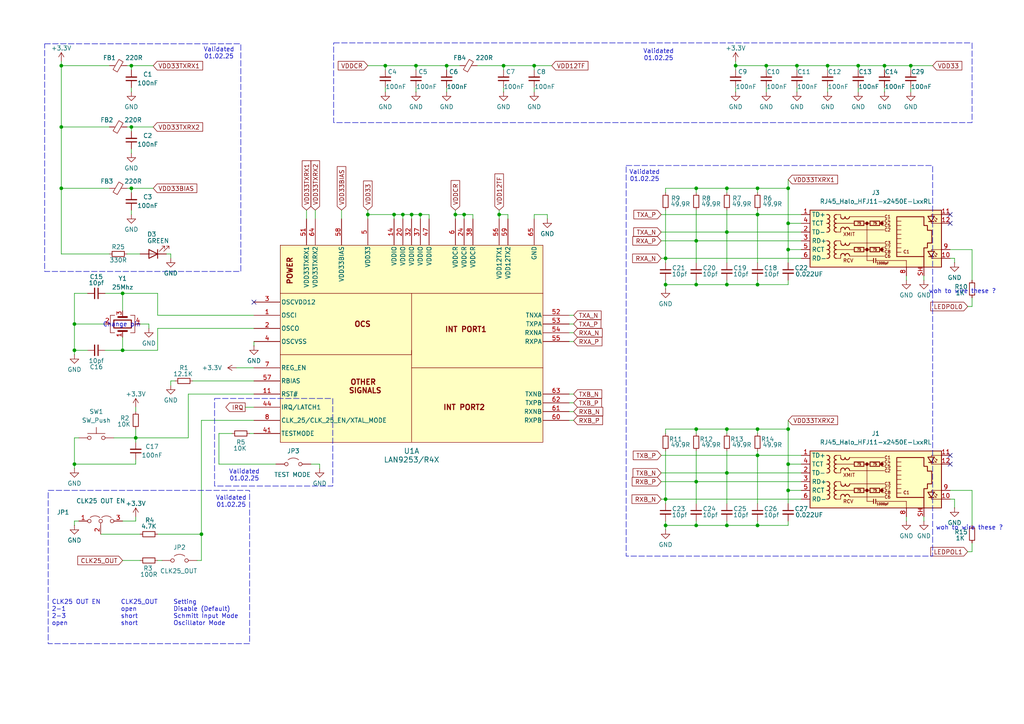
<source format=kicad_sch>
(kicad_sch
	(version 20231120)
	(generator "eeschema")
	(generator_version "8.0")
	(uuid "c9787b77-e9d1-4903-983c-5ffaba1123e6")
	(paper "A4")
	(title_block
		(title "Kyncat")
		(date "2025-01-03")
		(rev "0.0.1")
		(company "Kynsight GmbH")
		(comment 1 "Git : https://git.keydev.me/kynsight/Kyncathttps://git.keydev.me/kynsight/Kyncat")
		(comment 2 "EtherCAT devices for various use cases. This one is the first test board")
	)
	
	(junction
		(at 120.65 19.05)
		(diameter 0)
		(color 0 0 0 0)
		(uuid "01a84431-6596-419b-b9f7-b5bd2cd23051")
	)
	(junction
		(at 228.6 54.61)
		(diameter 0)
		(color 0 0 0 0)
		(uuid "02a4761b-87a4-4ebd-8cd5-d35948685ec0")
	)
	(junction
		(at 219.71 132.08)
		(diameter 0)
		(color 0 0 0 0)
		(uuid "07cfc194-c11c-4d64-ac85-f58743028343")
	)
	(junction
		(at 248.92 19.05)
		(diameter 0)
		(color 0 0 0 0)
		(uuid "086cfea5-aa14-4522-b362-96a62ea87438")
	)
	(junction
		(at 129.54 19.05)
		(diameter 0)
		(color 0 0 0 0)
		(uuid "19b5e5d7-24f9-46df-b6db-5c5b11e8f84a")
	)
	(junction
		(at 210.82 124.46)
		(diameter 0)
		(color 0 0 0 0)
		(uuid "24ac710f-74e5-4517-817d-c01373071c59")
	)
	(junction
		(at 193.04 152.4)
		(diameter 0)
		(color 0 0 0 0)
		(uuid "2aa0a1dc-e99c-43c7-aa96-88ac306c95d2")
	)
	(junction
		(at 21.59 134.62)
		(diameter 0)
		(color 0 0 0 0)
		(uuid "30db7afd-c036-45cd-bab9-5092458eae42")
	)
	(junction
		(at 193.04 144.78)
		(diameter 0)
		(color 0 0 0 0)
		(uuid "3549327c-8c5a-44aa-86cf-660490c379bd")
	)
	(junction
		(at 219.71 82.55)
		(diameter 0)
		(color 0 0 0 0)
		(uuid "39833a1a-b72b-487e-8a2d-18c9d519d20c")
	)
	(junction
		(at 201.93 69.85)
		(diameter 0)
		(color 0 0 0 0)
		(uuid "3a186213-0261-4fe0-a030-17ea03ae3e59")
	)
	(junction
		(at 213.36 19.05)
		(diameter 0)
		(color 0 0 0 0)
		(uuid "3ae1f084-7958-4c1c-8f89-2c3a3f63bed1")
	)
	(junction
		(at 219.71 62.23)
		(diameter 0)
		(color 0 0 0 0)
		(uuid "3b6bca31-9798-4f29-91a4-b30b6fcb7766")
	)
	(junction
		(at 35.56 85.09)
		(diameter 0)
		(color 0 0 0 0)
		(uuid "3f4a0264-8e7c-4767-bac8-20a2a4d7a8d1")
	)
	(junction
		(at 228.6 72.39)
		(diameter 0)
		(color 0 0 0 0)
		(uuid "47d374fc-86e1-4f2e-8d4e-869222b02cb8")
	)
	(junction
		(at 144.78 62.23)
		(diameter 0)
		(color 0 0 0 0)
		(uuid "4884e044-0831-4d8b-b997-0b020c7f57fb")
	)
	(junction
		(at 210.82 152.4)
		(diameter 0)
		(color 0 0 0 0)
		(uuid "4920a122-8797-453b-b7b5-62e156adbcc6")
	)
	(junction
		(at 219.71 54.61)
		(diameter 0)
		(color 0 0 0 0)
		(uuid "4afa5cd5-bedc-46af-852f-b0aea78cd657")
	)
	(junction
		(at 264.16 19.05)
		(diameter 0)
		(color 0 0 0 0)
		(uuid "55f1af4f-b945-4ba0-b08a-845af5246988")
	)
	(junction
		(at 17.78 19.05)
		(diameter 0)
		(color 0 0 0 0)
		(uuid "56fc0825-45fe-424f-886d-283518d97d60")
	)
	(junction
		(at 38.1 36.83)
		(diameter 0)
		(color 0 0 0 0)
		(uuid "58e7dde2-f922-44c6-8454-9ed813a43c7b")
	)
	(junction
		(at 154.94 19.05)
		(diameter 0)
		(color 0 0 0 0)
		(uuid "662b17af-8d6f-4808-bef6-8a096b7929f7")
	)
	(junction
		(at 58.42 154.94)
		(diameter 0)
		(color 0 0 0 0)
		(uuid "77815f96-d0dd-4c1e-9a95-fcbb65be2b6a")
	)
	(junction
		(at 38.1 54.61)
		(diameter 0)
		(color 0 0 0 0)
		(uuid "799a9101-c6bf-4f96-8880-0415612cc3ba")
	)
	(junction
		(at 114.3 62.23)
		(diameter 0)
		(color 0 0 0 0)
		(uuid "79ec0c1b-fd9b-4faa-a3e0-6258057c58ac")
	)
	(junction
		(at 106.68 62.23)
		(diameter 0)
		(color 0 0 0 0)
		(uuid "7d37d6d9-a139-4238-9de1-77096accfc0c")
	)
	(junction
		(at 228.6 134.62)
		(diameter 0)
		(color 0 0 0 0)
		(uuid "8e39db6d-8d73-4845-b414-e4989664e162")
	)
	(junction
		(at 210.82 137.16)
		(diameter 0)
		(color 0 0 0 0)
		(uuid "93e7b98b-9f19-432a-bc5a-d805167abef7")
	)
	(junction
		(at 38.1 19.05)
		(diameter 0)
		(color 0 0 0 0)
		(uuid "955e4e02-87ff-4906-aac6-86e62368e383")
	)
	(junction
		(at 256.54 19.05)
		(diameter 0)
		(color 0 0 0 0)
		(uuid "98f42716-2b16-4a9e-aafc-c3902cad60b8")
	)
	(junction
		(at 222.25 19.05)
		(diameter 0)
		(color 0 0 0 0)
		(uuid "9a849853-d77b-444f-84fb-39867fa92833")
	)
	(junction
		(at 201.93 124.46)
		(diameter 0)
		(color 0 0 0 0)
		(uuid "a3e94efe-5871-4750-9375-334b62b7d30b")
	)
	(junction
		(at 21.59 93.98)
		(diameter 0)
		(color 0 0 0 0)
		(uuid "a6866d2a-fa03-464c-b5bb-6c02a8752b6e")
	)
	(junction
		(at 219.71 152.4)
		(diameter 0)
		(color 0 0 0 0)
		(uuid "afffbb12-17c6-4a03-a2e9-d7112f2f689b")
	)
	(junction
		(at 146.05 19.05)
		(diameter 0)
		(color 0 0 0 0)
		(uuid "b3c9ce49-0ac4-4251-a8a7-f7e509f1dec2")
	)
	(junction
		(at 210.82 67.31)
		(diameter 0)
		(color 0 0 0 0)
		(uuid "b56a5b13-97b2-4792-bcf5-a8048e42c00f")
	)
	(junction
		(at 193.04 74.93)
		(diameter 0)
		(color 0 0 0 0)
		(uuid "b6011ff4-643c-46a5-91cf-b3a04e2bf1e0")
	)
	(junction
		(at 132.08 62.23)
		(diameter 0)
		(color 0 0 0 0)
		(uuid "b712e61d-89e3-4c2a-83b4-bfaf5872556c")
	)
	(junction
		(at 231.14 19.05)
		(diameter 0)
		(color 0 0 0 0)
		(uuid "b79f1a75-42b4-4535-a071-0f93fcc6c2c3")
	)
	(junction
		(at 201.93 152.4)
		(diameter 0)
		(color 0 0 0 0)
		(uuid "b7ff8a33-3b40-4303-b327-a41aab5422e8")
	)
	(junction
		(at 121.92 62.23)
		(diameter 0)
		(color 0 0 0 0)
		(uuid "bab45977-ed72-4c0e-89da-38a99c73095d")
	)
	(junction
		(at 228.6 64.77)
		(diameter 0)
		(color 0 0 0 0)
		(uuid "c44d2a48-6f0b-466b-a61b-de523f4fd9c2")
	)
	(junction
		(at 240.03 19.05)
		(diameter 0)
		(color 0 0 0 0)
		(uuid "c88f592d-5114-409f-8f22-132d5bf849e1")
	)
	(junction
		(at 201.93 139.7)
		(diameter 0)
		(color 0 0 0 0)
		(uuid "cd3bad25-7cd3-4d78-8bb7-6767d3fd7d53")
	)
	(junction
		(at 17.78 36.83)
		(diameter 0)
		(color 0 0 0 0)
		(uuid "ce56fcaf-f9da-4913-abbd-c1b56e979b03")
	)
	(junction
		(at 201.93 82.55)
		(diameter 0)
		(color 0 0 0 0)
		(uuid "cf10ee14-9372-471c-b470-f7e023ddf2b5")
	)
	(junction
		(at 21.59 101.6)
		(diameter 0)
		(color 0 0 0 0)
		(uuid "d00f52d1-cba0-4e2a-a621-d234bff74a98")
	)
	(junction
		(at 39.37 127)
		(diameter 0)
		(color 0 0 0 0)
		(uuid "d76ffd49-18ff-41c7-92f7-7c142ae793a4")
	)
	(junction
		(at 35.56 101.6)
		(diameter 0)
		(color 0 0 0 0)
		(uuid "d782d1d1-e33d-4ec6-b1d2-063f1a919c36")
	)
	(junction
		(at 116.84 62.23)
		(diameter 0)
		(color 0 0 0 0)
		(uuid "d7a28682-3bae-4cdd-a8ab-326487b248af")
	)
	(junction
		(at 210.82 82.55)
		(diameter 0)
		(color 0 0 0 0)
		(uuid "e13b1b6f-845b-4321-9575-ff0cadd2f9d7")
	)
	(junction
		(at 201.93 54.61)
		(diameter 0)
		(color 0 0 0 0)
		(uuid "e24e417e-03fe-4dad-bc9f-9841b5300efe")
	)
	(junction
		(at 17.78 54.61)
		(diameter 0)
		(color 0 0 0 0)
		(uuid "e68890e6-325e-466c-8f10-7cdd70a0d2ca")
	)
	(junction
		(at 228.6 142.24)
		(diameter 0)
		(color 0 0 0 0)
		(uuid "e8c2b71d-d437-4d6f-83bc-6d204cc8be03")
	)
	(junction
		(at 111.76 19.05)
		(diameter 0)
		(color 0 0 0 0)
		(uuid "eb125cbb-0624-41c0-b782-1db20ac10a28")
	)
	(junction
		(at 210.82 54.61)
		(diameter 0)
		(color 0 0 0 0)
		(uuid "f1a7d865-ca15-4351-bf41-20eef3ded193")
	)
	(junction
		(at 119.38 62.23)
		(diameter 0)
		(color 0 0 0 0)
		(uuid "f57dc155-447b-431a-ae81-efbe7c92850f")
	)
	(junction
		(at 219.71 124.46)
		(diameter 0)
		(color 0 0 0 0)
		(uuid "f6944a8d-fee4-405f-9a23-634457f02d8f")
	)
	(junction
		(at 228.6 124.46)
		(diameter 0)
		(color 0 0 0 0)
		(uuid "fa5f25ce-d6e1-4567-9f72-485fff3da6a1")
	)
	(junction
		(at 134.62 62.23)
		(diameter 0)
		(color 0 0 0 0)
		(uuid "facc9dcc-7372-4a12-ac66-71c353d53933")
	)
	(junction
		(at 193.04 82.55)
		(diameter 0)
		(color 0 0 0 0)
		(uuid "fafcfd2a-b54d-474f-b16e-a8e51306dea4")
	)
	(no_connect
		(at 73.66 87.63)
		(uuid "160a55d0-dfa1-4a9a-beae-7db6d199f456")
	)
	(no_connect
		(at 275.59 134.62)
		(uuid "2689c614-72de-4284-a051-d1d42d417af9")
	)
	(no_connect
		(at 275.59 132.08)
		(uuid "40da4d00-74e1-490e-96ac-7fe1a1c92195")
	)
	(no_connect
		(at 275.59 64.77)
		(uuid "511d314b-20f0-4f42-897c-e77c674d72c1")
	)
	(no_connect
		(at 275.59 62.23)
		(uuid "ca6cd20f-65f8-48d1-a7d3-3f0eb60f7d55")
	)
	(wire
		(pts
			(xy 48.26 73.66) (xy 49.53 73.66)
		)
		(stroke
			(width 0)
			(type default)
		)
		(uuid "00a4aa5c-75ec-4d6f-9e59-2a3bf61813db")
	)
	(wire
		(pts
			(xy 228.6 142.24) (xy 228.6 146.05)
		)
		(stroke
			(width 0)
			(type default)
		)
		(uuid "00d122bc-2a41-4966-80f8-959bb421532a")
	)
	(wire
		(pts
			(xy 201.93 152.4) (xy 210.82 152.4)
		)
		(stroke
			(width 0)
			(type default)
		)
		(uuid "049e4911-06b8-4292-8e5c-92122e94fcbf")
	)
	(wire
		(pts
			(xy 193.04 54.61) (xy 201.93 54.61)
		)
		(stroke
			(width 0)
			(type default)
		)
		(uuid "05635274-ce96-4df2-9ff5-317be587a6b8")
	)
	(wire
		(pts
			(xy 63.5 134.62) (xy 80.01 134.62)
		)
		(stroke
			(width 0)
			(type default)
		)
		(uuid "057c55bb-10c2-4c41-b71a-85b487152ba4")
	)
	(wire
		(pts
			(xy 114.3 63.5) (xy 114.3 62.23)
		)
		(stroke
			(width 0)
			(type default)
		)
		(uuid "05e73e51-7d41-4a24-aa4c-c0e7d8f88cb0")
	)
	(wire
		(pts
			(xy 193.04 144.78) (xy 193.04 146.05)
		)
		(stroke
			(width 0)
			(type default)
		)
		(uuid "08bcbf10-8ddc-4b94-95e0-314d8a06f1a8")
	)
	(wire
		(pts
			(xy 106.68 60.96) (xy 106.68 62.23)
		)
		(stroke
			(width 0)
			(type default)
		)
		(uuid "09cf677b-3a19-401c-85be-cba69c4e2c32")
	)
	(wire
		(pts
			(xy 68.58 106.68) (xy 73.66 106.68)
		)
		(stroke
			(width 0)
			(type default)
		)
		(uuid "0d3d1605-f2db-45d1-8e52-54105938b2bf")
	)
	(wire
		(pts
			(xy 191.77 132.08) (xy 219.71 132.08)
		)
		(stroke
			(width 0)
			(type default)
		)
		(uuid "0d7ca459-5df6-4914-ad35-5f3aa5a01929")
	)
	(wire
		(pts
			(xy 219.71 62.23) (xy 232.41 62.23)
		)
		(stroke
			(width 0)
			(type default)
		)
		(uuid "0dbdda03-9439-4d9e-89a7-4397018aa4c5")
	)
	(wire
		(pts
			(xy 228.6 121.92) (xy 228.6 124.46)
		)
		(stroke
			(width 0)
			(type default)
		)
		(uuid "0fea990f-c276-4207-9e7a-513015835ed3")
	)
	(wire
		(pts
			(xy 120.65 19.05) (xy 120.65 20.32)
		)
		(stroke
			(width 0)
			(type default)
		)
		(uuid "10d1d1d6-a32b-4c02-b9d8-590f3bf635e8")
	)
	(wire
		(pts
			(xy 193.04 82.55) (xy 193.04 83.82)
		)
		(stroke
			(width 0)
			(type default)
		)
		(uuid "10f3c738-c9c4-4d61-b75f-2dce8806e5c5")
	)
	(wire
		(pts
			(xy 147.32 63.5) (xy 147.32 62.23)
		)
		(stroke
			(width 0)
			(type default)
		)
		(uuid "11253bce-b0fc-4f91-8de4-22e9b37a1e39")
	)
	(wire
		(pts
			(xy 120.65 19.05) (xy 129.54 19.05)
		)
		(stroke
			(width 0)
			(type default)
		)
		(uuid "11b675c6-9e36-4c36-a894-ff5c4861728a")
	)
	(wire
		(pts
			(xy 228.6 142.24) (xy 228.6 134.62)
		)
		(stroke
			(width 0)
			(type default)
		)
		(uuid "121ba910-b9fd-4a30-8846-c84ff895dae4")
	)
	(wire
		(pts
			(xy 219.71 125.73) (xy 219.71 124.46)
		)
		(stroke
			(width 0)
			(type default)
		)
		(uuid "129f3e7e-6e83-4249-bb05-186de36a51dd")
	)
	(wire
		(pts
			(xy 193.04 124.46) (xy 201.93 124.46)
		)
		(stroke
			(width 0)
			(type default)
		)
		(uuid "12b91102-b51a-4512-ba8c-1a8ddf08d8bd")
	)
	(wire
		(pts
			(xy 270.51 19.05) (xy 264.16 19.05)
		)
		(stroke
			(width 0)
			(type default)
		)
		(uuid "1562de10-ff0e-496a-8332-b7e11908f168")
	)
	(wire
		(pts
			(xy 29.21 154.94) (xy 40.64 154.94)
		)
		(stroke
			(width 0)
			(type default)
		)
		(uuid "16101ab4-1917-46bf-ae6c-1e09127f6581")
	)
	(wire
		(pts
			(xy 22.86 127) (xy 21.59 127)
		)
		(stroke
			(width 0)
			(type default)
		)
		(uuid "16a98137-278e-4b5e-85c1-fa9d44f194f1")
	)
	(wire
		(pts
			(xy 106.68 62.23) (xy 106.68 63.5)
		)
		(stroke
			(width 0)
			(type default)
		)
		(uuid "17534fc8-ef07-4a98-8f41-e78e056e0bdd")
	)
	(wire
		(pts
			(xy 146.05 19.05) (xy 146.05 20.32)
		)
		(stroke
			(width 0)
			(type default)
		)
		(uuid "1a2a1fd1-d56e-47a8-86a2-8c4623b03077")
	)
	(wire
		(pts
			(xy 219.71 55.88) (xy 219.71 54.61)
		)
		(stroke
			(width 0)
			(type default)
		)
		(uuid "1a342ac9-347c-4f4b-a7e5-7418dc0ce820")
	)
	(wire
		(pts
			(xy 158.75 62.23) (xy 158.75 63.5)
		)
		(stroke
			(width 0)
			(type default)
		)
		(uuid "1a44bdd2-aa01-40a3-823a-933083e432ae")
	)
	(wire
		(pts
			(xy 264.16 25.4) (xy 264.16 26.67)
		)
		(stroke
			(width 0)
			(type default)
		)
		(uuid "1b4dc23a-dbb3-4cbc-bcd5-1613a770a36e")
	)
	(wire
		(pts
			(xy 119.38 62.23) (xy 116.84 62.23)
		)
		(stroke
			(width 0)
			(type default)
		)
		(uuid "1be602f2-51b7-4cbd-826b-c6705e1f166e")
	)
	(wire
		(pts
			(xy 232.41 142.24) (xy 228.6 142.24)
		)
		(stroke
			(width 0)
			(type default)
		)
		(uuid "1e3ec2f2-1300-48be-baad-75363ebb8d1d")
	)
	(wire
		(pts
			(xy 121.92 63.5) (xy 121.92 62.23)
		)
		(stroke
			(width 0)
			(type default)
		)
		(uuid "1fcffd70-a495-4cf7-9fe9-4a447d98723f")
	)
	(wire
		(pts
			(xy 228.6 52.07) (xy 228.6 54.61)
		)
		(stroke
			(width 0)
			(type default)
		)
		(uuid "212f6b1b-3f8b-4391-87fb-464ff62ebc3e")
	)
	(wire
		(pts
			(xy 240.03 19.05) (xy 240.03 20.32)
		)
		(stroke
			(width 0)
			(type default)
		)
		(uuid "21581160-9ecf-4baa-85bd-35e4120d978a")
	)
	(wire
		(pts
			(xy 63.5 125.73) (xy 67.31 125.73)
		)
		(stroke
			(width 0)
			(type default)
		)
		(uuid "222fd5b2-0f49-4b77-ab31-0b89625b5277")
	)
	(wire
		(pts
			(xy 154.94 20.32) (xy 154.94 19.05)
		)
		(stroke
			(width 0)
			(type default)
		)
		(uuid "23173217-5053-4e48-8ac0-206d76fa64b0")
	)
	(wire
		(pts
			(xy 193.04 60.96) (xy 193.04 74.93)
		)
		(stroke
			(width 0)
			(type default)
		)
		(uuid "23c13d0b-ff33-4051-bf96-02691f33179a")
	)
	(wire
		(pts
			(xy 248.92 19.05) (xy 240.03 19.05)
		)
		(stroke
			(width 0)
			(type default)
		)
		(uuid "24f686cc-d113-4748-9cde-c0b0828fa2d1")
	)
	(wire
		(pts
			(xy 21.59 93.98) (xy 21.59 101.6)
		)
		(stroke
			(width 0)
			(type default)
		)
		(uuid "25372f70-a996-4119-a00e-009cce0b53ae")
	)
	(wire
		(pts
			(xy 35.56 85.09) (xy 45.72 85.09)
		)
		(stroke
			(width 0)
			(type default)
		)
		(uuid "26046206-397e-4f84-a231-cc7d46512127")
	)
	(wire
		(pts
			(xy 264.16 19.05) (xy 256.54 19.05)
		)
		(stroke
			(width 0)
			(type default)
		)
		(uuid "28ae1795-8b48-4bc8-9b6c-5aaa4d688d05")
	)
	(wire
		(pts
			(xy 264.16 19.05) (xy 264.16 20.32)
		)
		(stroke
			(width 0)
			(type default)
		)
		(uuid "29b9dcfa-5d35-4ad5-9984-dd8311d157ce")
	)
	(wire
		(pts
			(xy 17.78 19.05) (xy 31.75 19.05)
		)
		(stroke
			(width 0)
			(type default)
		)
		(uuid "2b04bece-4c4b-4060-b9c5-b2d0f8cfc22c")
	)
	(wire
		(pts
			(xy 36.83 73.66) (xy 40.64 73.66)
		)
		(stroke
			(width 0)
			(type default)
		)
		(uuid "2b90bd2c-f296-4857-b60c-6b6efb1aee49")
	)
	(wire
		(pts
			(xy 111.76 19.05) (xy 111.76 20.32)
		)
		(stroke
			(width 0)
			(type default)
		)
		(uuid "2b9bdda3-a3f1-4bb3-b69c-04ab013f7f6c")
	)
	(wire
		(pts
			(xy 45.72 91.44) (xy 45.72 85.09)
		)
		(stroke
			(width 0)
			(type default)
		)
		(uuid "2bec42c4-19f7-4107-8536-0bdb5f47eb08")
	)
	(wire
		(pts
			(xy 166.37 93.98) (xy 165.1 93.98)
		)
		(stroke
			(width 0)
			(type default)
		)
		(uuid "2c192cb4-bae0-4de4-9f66-9ba5c9dd9078")
	)
	(wire
		(pts
			(xy 219.71 81.28) (xy 219.71 82.55)
		)
		(stroke
			(width 0)
			(type default)
		)
		(uuid "2cfd0672-e470-4b9d-b40e-7979ee292323")
	)
	(wire
		(pts
			(xy 256.54 25.4) (xy 256.54 26.67)
		)
		(stroke
			(width 0)
			(type default)
		)
		(uuid "32ad5343-999d-4dc9-9a2d-c6397ce812b8")
	)
	(wire
		(pts
			(xy 138.43 19.05) (xy 146.05 19.05)
		)
		(stroke
			(width 0)
			(type default)
		)
		(uuid "335c51af-097f-4e0d-8d57-908cd8fa5a51")
	)
	(wire
		(pts
			(xy 38.1 19.05) (xy 38.1 20.32)
		)
		(stroke
			(width 0)
			(type default)
		)
		(uuid "3461d97a-5c0c-46a1-ae4f-d1a4cf40d2a4")
	)
	(wire
		(pts
			(xy 21.59 135.89) (xy 21.59 134.62)
		)
		(stroke
			(width 0)
			(type default)
		)
		(uuid "364b8bde-c834-4c79-bdbb-4b2b674124f9")
	)
	(wire
		(pts
			(xy 275.59 142.24) (xy 281.94 142.24)
		)
		(stroke
			(width 0)
			(type default)
		)
		(uuid "36ce6c3f-2782-47dc-a0b4-0691521d231f")
	)
	(wire
		(pts
			(xy 88.9 60.96) (xy 88.9 63.5)
		)
		(stroke
			(width 0)
			(type default)
		)
		(uuid "37fe7454-0499-4f31-9af8-1bdafca9ded4")
	)
	(wire
		(pts
			(xy 45.72 91.44) (xy 73.66 91.44)
		)
		(stroke
			(width 0)
			(type default)
		)
		(uuid "392ceb86-df7d-4f0e-9f42-5135183ae90c")
	)
	(wire
		(pts
			(xy 193.04 82.55) (xy 201.93 82.55)
		)
		(stroke
			(width 0)
			(type default)
		)
		(uuid "39d98bbe-fdf3-40e4-abea-11748fab7f9a")
	)
	(wire
		(pts
			(xy 72.39 125.73) (xy 73.66 125.73)
		)
		(stroke
			(width 0)
			(type default)
		)
		(uuid "3d20d110-acfd-4a19-80de-1e98b54f60e6")
	)
	(wire
		(pts
			(xy 50.8 110.49) (xy 49.53 110.49)
		)
		(stroke
			(width 0)
			(type default)
		)
		(uuid "3fa5b060-0d87-42d5-8752-b9776b708f8e")
	)
	(wire
		(pts
			(xy 166.37 99.06) (xy 165.1 99.06)
		)
		(stroke
			(width 0)
			(type default)
		)
		(uuid "400868be-26e3-4834-aeb4-2e49c4856794")
	)
	(wire
		(pts
			(xy 134.62 62.23) (xy 132.08 62.23)
		)
		(stroke
			(width 0)
			(type default)
		)
		(uuid "40451193-ee40-40a2-bd85-0f3fc3e0f128")
	)
	(wire
		(pts
			(xy 191.77 62.23) (xy 219.71 62.23)
		)
		(stroke
			(width 0)
			(type default)
		)
		(uuid "41d125f4-e56a-4836-adec-4967a20e6e98")
	)
	(wire
		(pts
			(xy 201.93 55.88) (xy 201.93 54.61)
		)
		(stroke
			(width 0)
			(type default)
		)
		(uuid "422ef147-29b8-4818-b9e7-71c9235fdcbb")
	)
	(wire
		(pts
			(xy 219.71 151.13) (xy 219.71 152.4)
		)
		(stroke
			(width 0)
			(type default)
		)
		(uuid "4330706b-3cc8-472a-b477-1ffffb718c21")
	)
	(wire
		(pts
			(xy 240.03 25.4) (xy 240.03 26.67)
		)
		(stroke
			(width 0)
			(type default)
		)
		(uuid "45d5256f-856a-4c75-a713-09e0f4fe182f")
	)
	(wire
		(pts
			(xy 106.68 19.05) (xy 111.76 19.05)
		)
		(stroke
			(width 0)
			(type default)
		)
		(uuid "4958fe9b-686f-4dd5-8a06-f9dde51b4a87")
	)
	(wire
		(pts
			(xy 146.05 25.4) (xy 146.05 26.67)
		)
		(stroke
			(width 0)
			(type default)
		)
		(uuid "49615a60-91cc-42b5-b1ed-fafa3349e443")
	)
	(wire
		(pts
			(xy 210.82 124.46) (xy 201.93 124.46)
		)
		(stroke
			(width 0)
			(type default)
		)
		(uuid "49c8e270-ef5a-47c6-bf2d-dba51a95703e")
	)
	(wire
		(pts
			(xy 219.71 82.55) (xy 210.82 82.55)
		)
		(stroke
			(width 0)
			(type default)
		)
		(uuid "4d056c5b-4578-42ec-aa0a-0757ad24d8c0")
	)
	(wire
		(pts
			(xy 120.65 25.4) (xy 120.65 26.67)
		)
		(stroke
			(width 0)
			(type default)
		)
		(uuid "4d24ed04-52a3-47fa-9f24-0af20d659c23")
	)
	(wire
		(pts
			(xy 213.36 25.4) (xy 213.36 26.67)
		)
		(stroke
			(width 0)
			(type default)
		)
		(uuid "4d34b847-b3df-4ac2-a8d4-3e248f87abfb")
	)
	(wire
		(pts
			(xy 38.1 19.05) (xy 44.45 19.05)
		)
		(stroke
			(width 0)
			(type default)
		)
		(uuid "4d4c9809-0599-46cc-b125-b17854457071")
	)
	(wire
		(pts
			(xy 276.86 74.93) (xy 276.86 76.2)
		)
		(stroke
			(width 0)
			(type default)
		)
		(uuid "4f9f1a4b-1a2a-4aff-8b5b-421b5734b211")
	)
	(wire
		(pts
			(xy 193.04 130.81) (xy 193.04 144.78)
		)
		(stroke
			(width 0)
			(type default)
		)
		(uuid "519ff0c4-d91f-486e-b7ac-6d9c57a42496")
	)
	(wire
		(pts
			(xy 213.36 17.78) (xy 213.36 19.05)
		)
		(stroke
			(width 0)
			(type default)
		)
		(uuid "52576120-0295-4c66-8ec0-6b8a5a00ef72")
	)
	(wire
		(pts
			(xy 38.1 60.96) (xy 38.1 62.23)
		)
		(stroke
			(width 0)
			(type default)
		)
		(uuid "527f9186-ae79-4517-9026-2d9eb8cbf48b")
	)
	(wire
		(pts
			(xy 232.41 72.39) (xy 228.6 72.39)
		)
		(stroke
			(width 0)
			(type default)
		)
		(uuid "52bd050c-ba06-4dc9-be7a-f0adba096ae9")
	)
	(wire
		(pts
			(xy 154.94 62.23) (xy 158.75 62.23)
		)
		(stroke
			(width 0)
			(type default)
		)
		(uuid "5674b2ce-8824-458f-b777-493863b89bdb")
	)
	(wire
		(pts
			(xy 166.37 114.3) (xy 165.1 114.3)
		)
		(stroke
			(width 0)
			(type default)
		)
		(uuid "57ac29b2-7753-46f6-b848-392fc6b76110")
	)
	(wire
		(pts
			(xy 38.1 54.61) (xy 38.1 55.88)
		)
		(stroke
			(width 0)
			(type default)
		)
		(uuid "589920db-b819-47d5-bab5-79ac620f8d2f")
	)
	(wire
		(pts
			(xy 275.59 74.93) (xy 276.86 74.93)
		)
		(stroke
			(width 0)
			(type default)
		)
		(uuid "5931b7c1-1aeb-4449-a948-acad8c631dbd")
	)
	(wire
		(pts
			(xy 121.92 62.23) (xy 124.46 62.23)
		)
		(stroke
			(width 0)
			(type default)
		)
		(uuid "5941556e-8dbc-4606-b99f-ad6378ce25c1")
	)
	(wire
		(pts
			(xy 201.93 81.28) (xy 201.93 82.55)
		)
		(stroke
			(width 0)
			(type default)
		)
		(uuid "5b2cedfb-f989-4956-ae4e-1793c96deea6")
	)
	(wire
		(pts
			(xy 228.6 64.77) (xy 228.6 54.61)
		)
		(stroke
			(width 0)
			(type default)
		)
		(uuid "5b5685ee-13b7-48fa-8e7f-4e997a892555")
	)
	(wire
		(pts
			(xy 21.59 151.13) (xy 22.86 151.13)
		)
		(stroke
			(width 0)
			(type default)
		)
		(uuid "5bfcfa1d-78a8-4aec-bc30-1e5e09d9e0d6")
	)
	(wire
		(pts
			(xy 281.94 72.39) (xy 281.94 81.28)
		)
		(stroke
			(width 0)
			(type default)
		)
		(uuid "5e4f4da1-a9a1-4875-9975-76fa0ee4860a")
	)
	(wire
		(pts
			(xy 31.75 36.83) (xy 17.78 36.83)
		)
		(stroke
			(width 0)
			(type default)
		)
		(uuid "5f2e95a9-4510-4708-b459-ecf1122f84e0")
	)
	(wire
		(pts
			(xy 231.14 19.05) (xy 222.25 19.05)
		)
		(stroke
			(width 0)
			(type default)
		)
		(uuid "5fee18ee-f4d9-4801-bfd2-88255bc174c0")
	)
	(wire
		(pts
			(xy 134.62 63.5) (xy 134.62 62.23)
		)
		(stroke
			(width 0)
			(type default)
		)
		(uuid "61d9f0bf-97b1-4e84-8325-6c372cea1627")
	)
	(wire
		(pts
			(xy 30.48 101.6) (xy 35.56 101.6)
		)
		(stroke
			(width 0)
			(type default)
		)
		(uuid "6376a973-f337-45eb-b824-e6360b1d8355")
	)
	(wire
		(pts
			(xy 154.94 19.05) (xy 160.02 19.05)
		)
		(stroke
			(width 0)
			(type default)
		)
		(uuid "657bff74-5339-450b-a2ca-6a5150e2bce3")
	)
	(wire
		(pts
			(xy 193.04 151.13) (xy 193.04 152.4)
		)
		(stroke
			(width 0)
			(type default)
		)
		(uuid "6591e1b6-191b-425f-b2d2-d3be510889a2")
	)
	(wire
		(pts
			(xy 21.59 152.4) (xy 21.59 151.13)
		)
		(stroke
			(width 0)
			(type default)
		)
		(uuid "66c2d9be-381c-49c8-b860-1f4f133795e8")
	)
	(wire
		(pts
			(xy 191.77 139.7) (xy 201.93 139.7)
		)
		(stroke
			(width 0)
			(type default)
		)
		(uuid "671d286a-f8fa-4724-894c-0b30e61a53e7")
	)
	(wire
		(pts
			(xy 39.37 133.35) (xy 39.37 134.62)
		)
		(stroke
			(width 0)
			(type default)
		)
		(uuid "68541fcc-05fa-4edd-9bc5-ec3d503147fb")
	)
	(wire
		(pts
			(xy 166.37 96.52) (xy 165.1 96.52)
		)
		(stroke
			(width 0)
			(type default)
		)
		(uuid "685d0122-1f8e-452e-9b32-607e8867f81c")
	)
	(wire
		(pts
			(xy 144.78 62.23) (xy 144.78 63.5)
		)
		(stroke
			(width 0)
			(type default)
		)
		(uuid "68ea71e6-b776-4a3c-aa22-3b2821d2e94c")
	)
	(wire
		(pts
			(xy 201.93 54.61) (xy 210.82 54.61)
		)
		(stroke
			(width 0)
			(type default)
		)
		(uuid "694d565c-1f9a-4460-9afa-51362527029c")
	)
	(wire
		(pts
			(xy 267.97 80.01) (xy 267.97 81.28)
		)
		(stroke
			(width 0)
			(type default)
		)
		(uuid "69789a69-2abf-497c-8a7a-1c61073a2d1c")
	)
	(wire
		(pts
			(xy 219.71 60.96) (xy 219.71 62.23)
		)
		(stroke
			(width 0)
			(type default)
		)
		(uuid "6a4ad8c8-cfc6-4220-a599-a4674991a029")
	)
	(wire
		(pts
			(xy 193.04 74.93) (xy 193.04 76.2)
		)
		(stroke
			(width 0)
			(type default)
		)
		(uuid "6a5f78a6-28c2-462b-91e4-825dcdd4916e")
	)
	(wire
		(pts
			(xy 248.92 19.05) (xy 248.92 20.32)
		)
		(stroke
			(width 0)
			(type default)
		)
		(uuid "6aac07ff-d564-4c59-96a8-922ebd529347")
	)
	(wire
		(pts
			(xy 46.99 162.56) (xy 45.72 162.56)
		)
		(stroke
			(width 0)
			(type default)
		)
		(uuid "6c8529c4-c233-4c5b-b46f-c20547458854")
	)
	(wire
		(pts
			(xy 116.84 62.23) (xy 114.3 62.23)
		)
		(stroke
			(width 0)
			(type default)
		)
		(uuid "6d7e1e85-55ef-487f-8acf-c99aa53b3c9c")
	)
	(wire
		(pts
			(xy 240.03 19.05) (xy 231.14 19.05)
		)
		(stroke
			(width 0)
			(type default)
		)
		(uuid "6dc4de9d-8445-403d-bf2e-14f177e2a056")
	)
	(wire
		(pts
			(xy 49.53 110.49) (xy 49.53 111.76)
		)
		(stroke
			(width 0)
			(type default)
		)
		(uuid "6e11672e-15a5-43d5-8bfe-be280ee1f448")
	)
	(wire
		(pts
			(xy 219.71 62.23) (xy 219.71 76.2)
		)
		(stroke
			(width 0)
			(type default)
		)
		(uuid "6e58af3d-c888-4089-9aac-469c63234d87")
	)
	(wire
		(pts
			(xy 17.78 54.61) (xy 17.78 36.83)
		)
		(stroke
			(width 0)
			(type default)
		)
		(uuid "70639b04-c276-42a9-9657-63a2a01479d9")
	)
	(wire
		(pts
			(xy 21.59 127) (xy 21.59 134.62)
		)
		(stroke
			(width 0)
			(type default)
		)
		(uuid "70ef6b8d-f60d-4e8a-aed1-ef09ce983469")
	)
	(wire
		(pts
			(xy 124.46 63.5) (xy 124.46 62.23)
		)
		(stroke
			(width 0)
			(type default)
		)
		(uuid "724369ba-0ab5-4280-b986-74631cdd0265")
	)
	(wire
		(pts
			(xy 54.61 114.3) (xy 54.61 127)
		)
		(stroke
			(width 0)
			(type default)
		)
		(uuid "73079a76-217a-463f-83f4-63f678b3e7c0")
	)
	(wire
		(pts
			(xy 36.83 19.05) (xy 38.1 19.05)
		)
		(stroke
			(width 0)
			(type default)
		)
		(uuid "73544b25-20b9-46ca-bb5e-46f4b4be1cc8")
	)
	(wire
		(pts
			(xy 49.53 73.66) (xy 49.53 74.93)
		)
		(stroke
			(width 0)
			(type default)
		)
		(uuid "744eca89-c7d6-4708-bbc3-8799c6cca0e2")
	)
	(wire
		(pts
			(xy 210.82 137.16) (xy 210.82 146.05)
		)
		(stroke
			(width 0)
			(type default)
		)
		(uuid "7679f526-d7e2-4171-9964-8f99f7fd8d38")
	)
	(wire
		(pts
			(xy 248.92 25.4) (xy 248.92 26.67)
		)
		(stroke
			(width 0)
			(type default)
		)
		(uuid "77de7357-f47f-48cf-8bcd-7f652e01a20a")
	)
	(wire
		(pts
			(xy 17.78 17.78) (xy 17.78 19.05)
		)
		(stroke
			(width 0)
			(type default)
		)
		(uuid "77f73a04-1afc-4504-84d9-5cff6d90648d")
	)
	(wire
		(pts
			(xy 210.82 137.16) (xy 232.41 137.16)
		)
		(stroke
			(width 0)
			(type default)
		)
		(uuid "78aded71-0c31-4367-9b07-7b5ae0566158")
	)
	(wire
		(pts
			(xy 281.94 157.48) (xy 281.94 160.02)
		)
		(stroke
			(width 0)
			(type default)
		)
		(uuid "7a58d0ee-009d-482e-af55-f4d674b39193")
	)
	(wire
		(pts
			(xy 232.41 134.62) (xy 228.6 134.62)
		)
		(stroke
			(width 0)
			(type default)
		)
		(uuid "7ac014b8-61c8-4c5d-96ab-b1970831d278")
	)
	(wire
		(pts
			(xy 201.93 139.7) (xy 201.93 146.05)
		)
		(stroke
			(width 0)
			(type default)
		)
		(uuid "7bdba7b6-ea3d-4fa8-b47e-134703ae0135")
	)
	(wire
		(pts
			(xy 193.04 74.93) (xy 232.41 74.93)
		)
		(stroke
			(width 0)
			(type default)
		)
		(uuid "7bec4e47-0780-46ed-a2d1-3de8650a3a32")
	)
	(wire
		(pts
			(xy 58.42 162.56) (xy 57.15 162.56)
		)
		(stroke
			(width 0)
			(type default)
		)
		(uuid "7e949ea2-879c-4899-b572-82c888e35853")
	)
	(wire
		(pts
			(xy 231.14 19.05) (xy 231.14 20.32)
		)
		(stroke
			(width 0)
			(type default)
		)
		(uuid "7f94d3b9-f957-4d8a-af6d-3aaf21dd1a3d")
	)
	(wire
		(pts
			(xy 38.1 25.4) (xy 38.1 26.67)
		)
		(stroke
			(width 0)
			(type default)
		)
		(uuid "7fd16cae-29a4-47d5-939e-c1f9181ef76f")
	)
	(wire
		(pts
			(xy 129.54 19.05) (xy 133.35 19.05)
		)
		(stroke
			(width 0)
			(type default)
		)
		(uuid "8252a64f-0992-46c5-889b-3d0b9fe711d7")
	)
	(wire
		(pts
			(xy 166.37 116.84) (xy 165.1 116.84)
		)
		(stroke
			(width 0)
			(type default)
		)
		(uuid "831a4ca9-0bf0-4352-b76c-cf1142cb442f")
	)
	(wire
		(pts
			(xy 281.94 142.24) (xy 281.94 152.4)
		)
		(stroke
			(width 0)
			(type default)
		)
		(uuid "837349d6-347e-4ce9-9bc3-917e2f7ff058")
	)
	(wire
		(pts
			(xy 35.56 162.56) (xy 40.64 162.56)
		)
		(stroke
			(width 0)
			(type default)
		)
		(uuid "847b4b6f-cdff-45fe-937b-89d86729a199")
	)
	(wire
		(pts
			(xy 193.04 152.4) (xy 193.04 153.67)
		)
		(stroke
			(width 0)
			(type default)
		)
		(uuid "8614d6f2-26ae-4396-97aa-d9d64ff06dba")
	)
	(wire
		(pts
			(xy 276.86 144.78) (xy 276.86 147.32)
		)
		(stroke
			(width 0)
			(type default)
		)
		(uuid "87007298-b3b1-47e4-815b-9c33aa26f3b8")
	)
	(wire
		(pts
			(xy 63.5 125.73) (xy 63.5 134.62)
		)
		(stroke
			(width 0)
			(type default)
		)
		(uuid "888aa5d6-36a3-4461-813f-f56a692bb26c")
	)
	(wire
		(pts
			(xy 73.66 99.06) (xy 73.66 100.33)
		)
		(stroke
			(width 0)
			(type default)
		)
		(uuid "8926211a-243f-48a7-8e08-19dc4e1c1f1b")
	)
	(wire
		(pts
			(xy 201.93 125.73) (xy 201.93 124.46)
		)
		(stroke
			(width 0)
			(type default)
		)
		(uuid "8a7de44b-a51c-4e33-a005-b22d953321de")
	)
	(wire
		(pts
			(xy 222.25 25.4) (xy 222.25 26.67)
		)
		(stroke
			(width 0)
			(type default)
		)
		(uuid "8d93bbe0-c098-401d-b36e-aaf9d1c84f00")
	)
	(wire
		(pts
			(xy 129.54 25.4) (xy 129.54 26.67)
		)
		(stroke
			(width 0)
			(type default)
		)
		(uuid "8eb8a53d-d96b-4bb6-bf9f-c3ea36081fb9")
	)
	(wire
		(pts
			(xy 231.14 25.4) (xy 231.14 26.67)
		)
		(stroke
			(width 0)
			(type default)
		)
		(uuid "8f99bac8-13e1-4b9e-bc3d-219aba41e3cf")
	)
	(wire
		(pts
			(xy 193.04 124.46) (xy 193.04 125.73)
		)
		(stroke
			(width 0)
			(type default)
		)
		(uuid "91cb8e38-e7de-42cf-a925-23c1eeb18046")
	)
	(wire
		(pts
			(xy 219.71 54.61) (xy 210.82 54.61)
		)
		(stroke
			(width 0)
			(type default)
		)
		(uuid "922eb602-394e-4e8f-8180-eb5d77b3e1d7")
	)
	(wire
		(pts
			(xy 116.84 63.5) (xy 116.84 62.23)
		)
		(stroke
			(width 0)
			(type default)
		)
		(uuid "9253f3e0-dc76-46d0-b376-ce0daf0885ed")
	)
	(wire
		(pts
			(xy 21.59 85.09) (xy 21.59 93.98)
		)
		(stroke
			(width 0)
			(type default)
		)
		(uuid "93b520c6-6abb-4ec8-b505-9e3908699a11")
	)
	(wire
		(pts
			(xy 201.93 151.13) (xy 201.93 152.4)
		)
		(stroke
			(width 0)
			(type default)
		)
		(uuid "94348a7b-be1d-4d6b-8574-55d83c470f96")
	)
	(wire
		(pts
			(xy 201.93 139.7) (xy 232.41 139.7)
		)
		(stroke
			(width 0)
			(type default)
		)
		(uuid "94dc8eb4-22c1-4fc7-b8df-b5f2edb2d86d")
	)
	(wire
		(pts
			(xy 38.1 36.83) (xy 44.45 36.83)
		)
		(stroke
			(width 0)
			(type default)
		)
		(uuid "955d7af8-3e1d-4cd0-a655-141a2e1d627e")
	)
	(wire
		(pts
			(xy 73.66 114.3) (xy 54.61 114.3)
		)
		(stroke
			(width 0)
			(type default)
		)
		(uuid "95e7e653-26f8-4298-9687-ba8081896b04")
	)
	(wire
		(pts
			(xy 132.08 62.23) (xy 132.08 63.5)
		)
		(stroke
			(width 0)
			(type default)
		)
		(uuid "9633be5f-a67d-43ca-afca-7862e7435b07")
	)
	(wire
		(pts
			(xy 262.89 149.86) (xy 262.89 151.13)
		)
		(stroke
			(width 0)
			(type default)
		)
		(uuid "96d7ceee-b7dd-40fa-a708-5f74f6533ce7")
	)
	(wire
		(pts
			(xy 137.16 62.23) (xy 134.62 62.23)
		)
		(stroke
			(width 0)
			(type default)
		)
		(uuid "99950dce-9a1b-46a4-9e0f-11f4053cb135")
	)
	(wire
		(pts
			(xy 281.94 88.9) (xy 280.67 88.9)
		)
		(stroke
			(width 0)
			(type default)
		)
		(uuid "9b3a4938-41b6-4793-ba86-b67a56e140f5")
	)
	(wire
		(pts
			(xy 166.37 121.92) (xy 165.1 121.92)
		)
		(stroke
			(width 0)
			(type default)
		)
		(uuid "9b98bab2-7530-450d-b815-1a51411f6792")
	)
	(wire
		(pts
			(xy 21.59 134.62) (xy 39.37 134.62)
		)
		(stroke
			(width 0)
			(type default)
		)
		(uuid "9cf3b17f-2496-4462-87d9-39b9b5dde938")
	)
	(wire
		(pts
			(xy 129.54 19.05) (xy 129.54 20.32)
		)
		(stroke
			(width 0)
			(type default)
		)
		(uuid "9ede26de-e04c-425e-83e3-249c7dd6c6a0")
	)
	(wire
		(pts
			(xy 275.59 144.78) (xy 276.86 144.78)
		)
		(stroke
			(width 0)
			(type default)
		)
		(uuid "a0018e82-b38c-4468-a125-8ed911f62797")
	)
	(wire
		(pts
			(xy 219.71 152.4) (xy 210.82 152.4)
		)
		(stroke
			(width 0)
			(type default)
		)
		(uuid "a0daaaf7-e5af-4f08-a684-1c8396dc947a")
	)
	(wire
		(pts
			(xy 39.37 118.11) (xy 39.37 119.38)
		)
		(stroke
			(width 0)
			(type default)
		)
		(uuid "a207a000-71ee-496d-a7cc-a991848ebcfb")
	)
	(wire
		(pts
			(xy 45.72 154.94) (xy 58.42 154.94)
		)
		(stroke
			(width 0)
			(type default)
		)
		(uuid "a27256ce-3b40-4a50-9abc-438a3fcfa6a6")
	)
	(wire
		(pts
			(xy 36.83 54.61) (xy 38.1 54.61)
		)
		(stroke
			(width 0)
			(type default)
		)
		(uuid "a28b92cc-58f1-436a-ac1a-388e62c1f3f3")
	)
	(wire
		(pts
			(xy 17.78 73.66) (xy 17.78 54.61)
		)
		(stroke
			(width 0)
			(type default)
		)
		(uuid "a2ede372-0641-4030-bd9d-f7b8f24cc954")
	)
	(wire
		(pts
			(xy 193.04 152.4) (xy 201.93 152.4)
		)
		(stroke
			(width 0)
			(type default)
		)
		(uuid "a353b7be-4527-45bf-95a4-bccadff53821")
	)
	(wire
		(pts
			(xy 228.6 152.4) (xy 219.71 152.4)
		)
		(stroke
			(width 0)
			(type default)
		)
		(uuid "a381d19a-4612-4cd1-acc6-006c36003061")
	)
	(wire
		(pts
			(xy 39.37 127) (xy 39.37 128.27)
		)
		(stroke
			(width 0)
			(type default)
		)
		(uuid "a707b829-0f19-40e0-a8bc-498bf1874849")
	)
	(wire
		(pts
			(xy 256.54 19.05) (xy 256.54 20.32)
		)
		(stroke
			(width 0)
			(type default)
		)
		(uuid "a70fa4d2-7db7-4315-9547-8d9ee5255835")
	)
	(wire
		(pts
			(xy 281.94 86.36) (xy 281.94 88.9)
		)
		(stroke
			(width 0)
			(type default)
		)
		(uuid "a8dc37cd-4c63-41ae-b615-cad73e35ba46")
	)
	(wire
		(pts
			(xy 267.97 149.86) (xy 267.97 151.13)
		)
		(stroke
			(width 0)
			(type default)
		)
		(uuid "aaeb2c41-3d10-48fe-be19-a73bb703fb46")
	)
	(wire
		(pts
			(xy 228.6 151.13) (xy 228.6 152.4)
		)
		(stroke
			(width 0)
			(type default)
		)
		(uuid "ab4045a8-fc54-4236-a3b7-0e351fdd4a52")
	)
	(wire
		(pts
			(xy 228.6 134.62) (xy 228.6 124.46)
		)
		(stroke
			(width 0)
			(type default)
		)
		(uuid "adcc4303-573a-41b0-8256-de288d75645c")
	)
	(wire
		(pts
			(xy 191.77 74.93) (xy 193.04 74.93)
		)
		(stroke
			(width 0)
			(type default)
		)
		(uuid "ae67bdc3-7161-4b8d-8ad3-8a570aceadb2")
	)
	(wire
		(pts
			(xy 166.37 119.38) (xy 165.1 119.38)
		)
		(stroke
			(width 0)
			(type default)
		)
		(uuid "af6c2330-9d71-4952-96ba-0eb8d242e9bb")
	)
	(wire
		(pts
			(xy 210.82 125.73) (xy 210.82 124.46)
		)
		(stroke
			(width 0)
			(type default)
		)
		(uuid "b1cd5b2e-f4e4-494c-aa08-1206064dbb32")
	)
	(wire
		(pts
			(xy 191.77 67.31) (xy 210.82 67.31)
		)
		(stroke
			(width 0)
			(type default)
		)
		(uuid "b238174a-58a5-4849-9aaa-a504add16dc9")
	)
	(wire
		(pts
			(xy 39.37 151.13) (xy 39.37 149.86)
		)
		(stroke
			(width 0)
			(type default)
		)
		(uuid "b2c02739-35aa-4f00-b979-4d3c5074ccdd")
	)
	(wire
		(pts
			(xy 191.77 144.78) (xy 193.04 144.78)
		)
		(stroke
			(width 0)
			(type default)
		)
		(uuid "b3f799f6-184f-4be3-8ef8-3642d2e385e7")
	)
	(wire
		(pts
			(xy 119.38 63.5) (xy 119.38 62.23)
		)
		(stroke
			(width 0)
			(type default)
		)
		(uuid "b53de569-51ba-48e9-9135-68326169eaa1")
	)
	(wire
		(pts
			(xy 132.08 60.96) (xy 132.08 62.23)
		)
		(stroke
			(width 0)
			(type default)
		)
		(uuid "b5443b0d-f244-4625-aa93-7889abe83efb")
	)
	(wire
		(pts
			(xy 201.93 69.85) (xy 201.93 76.2)
		)
		(stroke
			(width 0)
			(type default)
		)
		(uuid "b5a94e4b-f0d9-4dbb-a0b6-f6ae80fafcf1")
	)
	(wire
		(pts
			(xy 45.72 101.6) (xy 35.56 101.6)
		)
		(stroke
			(width 0)
			(type default)
		)
		(uuid "b5f116c1-2320-4053-8b72-dbed0db9f407")
	)
	(wire
		(pts
			(xy 40.64 93.98) (xy 43.18 93.98)
		)
		(stroke
			(width 0)
			(type default)
		)
		(uuid "b60ae17a-f0d2-4f9a-8918-a6734761e81c")
	)
	(wire
		(pts
			(xy 45.72 95.25) (xy 45.72 101.6)
		)
		(stroke
			(width 0)
			(type default)
		)
		(uuid "b6ff7b9d-3f23-4049-a56d-f87ecbde3255")
	)
	(wire
		(pts
			(xy 275.59 72.39) (xy 281.94 72.39)
		)
		(stroke
			(width 0)
			(type default)
		)
		(uuid "b9df2190-0596-4660-86f7-560d30b99f90")
	)
	(wire
		(pts
			(xy 35.56 151.13) (xy 39.37 151.13)
		)
		(stroke
			(width 0)
			(type default)
		)
		(uuid "ba43f1b4-d1a8-453b-a92d-eb857797223d")
	)
	(wire
		(pts
			(xy 21.59 101.6) (xy 21.59 102.87)
		)
		(stroke
			(width 0)
			(type default)
		)
		(uuid "bc3a9613-c04d-4651-80e2-7b3d18496f2e")
	)
	(wire
		(pts
			(xy 228.6 72.39) (xy 228.6 64.77)
		)
		(stroke
			(width 0)
			(type default)
		)
		(uuid "bc7387e3-fc06-4db7-a655-f4fe63a359ad")
	)
	(wire
		(pts
			(xy 38.1 43.18) (xy 38.1 44.45)
		)
		(stroke
			(width 0)
			(type default)
		)
		(uuid "bcfb0271-4a44-4251-bd5f-3ccf3eab86d7")
	)
	(wire
		(pts
			(xy 219.71 130.81) (xy 219.71 132.08)
		)
		(stroke
			(width 0)
			(type default)
		)
		(uuid "be96d044-f07f-40c7-96e8-27993755c2c9")
	)
	(wire
		(pts
			(xy 31.75 54.61) (xy 17.78 54.61)
		)
		(stroke
			(width 0)
			(type default)
		)
		(uuid "bf3b5ffe-0783-4fd7-a569-0d7f5eece21c")
	)
	(wire
		(pts
			(xy 30.48 85.09) (xy 35.56 85.09)
		)
		(stroke
			(width 0)
			(type default)
		)
		(uuid "bfcec11c-ded1-4b49-85a2-c9129de43a91")
	)
	(wire
		(pts
			(xy 43.18 93.98) (xy 43.18 95.25)
		)
		(stroke
			(width 0)
			(type default)
		)
		(uuid "c00a68f0-6a7c-4e59-beef-c28510d703ec")
	)
	(wire
		(pts
			(xy 222.25 19.05) (xy 213.36 19.05)
		)
		(stroke
			(width 0)
			(type default)
		)
		(uuid "c24c8a7f-17b1-480d-ad67-fbdd954e57a4")
	)
	(wire
		(pts
			(xy 33.02 127) (xy 39.37 127)
		)
		(stroke
			(width 0)
			(type default)
		)
		(uuid "c2bf6af5-b782-44b8-932e-a8137482104a")
	)
	(wire
		(pts
			(xy 228.6 81.28) (xy 228.6 82.55)
		)
		(stroke
			(width 0)
			(type default)
		)
		(uuid "c3999b22-17eb-4d57-9d7e-2a5d0072133c")
	)
	(wire
		(pts
			(xy 193.04 144.78) (xy 232.41 144.78)
		)
		(stroke
			(width 0)
			(type default)
		)
		(uuid "c482f32f-566b-4e53-ba2f-edc3667b6d08")
	)
	(wire
		(pts
			(xy 219.71 132.08) (xy 232.41 132.08)
		)
		(stroke
			(width 0)
			(type default)
		)
		(uuid "c5c08a77-aba7-4e39-a8ea-f62ec1eaeba1")
	)
	(wire
		(pts
			(xy 144.78 60.96) (xy 144.78 62.23)
		)
		(stroke
			(width 0)
			(type default)
		)
		(uuid "c80b9b6d-aa88-4e38-b194-772a97989443")
	)
	(wire
		(pts
			(xy 281.94 160.02) (xy 280.67 160.02)
		)
		(stroke
			(width 0)
			(type default)
		)
		(uuid "c877e2d4-ef45-4846-8424-d2db78205aef")
	)
	(wire
		(pts
			(xy 54.61 127) (xy 39.37 127)
		)
		(stroke
			(width 0)
			(type default)
		)
		(uuid "c8da0ebb-6f75-46e7-bae0-5b0bda0b0ddf")
	)
	(wire
		(pts
			(xy 90.17 134.62) (xy 92.71 134.62)
		)
		(stroke
			(width 0)
			(type default)
		)
		(uuid "c901f5c2-1ca7-45f2-971f-648ae087e201")
	)
	(wire
		(pts
			(xy 137.16 63.5) (xy 137.16 62.23)
		)
		(stroke
			(width 0)
			(type default)
		)
		(uuid "c959e4d1-da53-4e23-80ed-6d9992156609")
	)
	(wire
		(pts
			(xy 119.38 62.23) (xy 121.92 62.23)
		)
		(stroke
			(width 0)
			(type default)
		)
		(uuid "c98e6cee-6251-48b3-a1e8-d55591fbb8de")
	)
	(wire
		(pts
			(xy 191.77 69.85) (xy 201.93 69.85)
		)
		(stroke
			(width 0)
			(type default)
		)
		(uuid "ca8b4239-e596-4e0c-9275-8d81c2d0524d")
	)
	(wire
		(pts
			(xy 71.12 118.11) (xy 73.66 118.11)
		)
		(stroke
			(width 0)
			(type default)
		)
		(uuid "caf917c7-80f7-4e0d-a097-20f6638cde33")
	)
	(wire
		(pts
			(xy 147.32 62.23) (xy 144.78 62.23)
		)
		(stroke
			(width 0)
			(type default)
		)
		(uuid "cc9c1ee4-9208-479d-8b24-6c8cb49582db")
	)
	(wire
		(pts
			(xy 17.78 36.83) (xy 17.78 19.05)
		)
		(stroke
			(width 0)
			(type default)
		)
		(uuid "cec15e21-5801-4125-bf21-c7ec4f23f230")
	)
	(wire
		(pts
			(xy 210.82 55.88) (xy 210.82 54.61)
		)
		(stroke
			(width 0)
			(type default)
		)
		(uuid "d04c4be8-ec37-46cd-bf3a-a56e8a997db9")
	)
	(wire
		(pts
			(xy 232.41 64.77) (xy 228.6 64.77)
		)
		(stroke
			(width 0)
			(type default)
		)
		(uuid "d10932b4-98ac-4a76-b632-d7ae407749bb")
	)
	(wire
		(pts
			(xy 228.6 82.55) (xy 219.71 82.55)
		)
		(stroke
			(width 0)
			(type default)
		)
		(uuid "d298cd91-fa66-4182-afef-2cf4a9cbe593")
	)
	(wire
		(pts
			(xy 58.42 121.92) (xy 58.42 154.94)
		)
		(stroke
			(width 0)
			(type default)
		)
		(uuid "d3351e5b-a5f0-45e8-9189-e523476f118d")
	)
	(wire
		(pts
			(xy 219.71 132.08) (xy 219.71 146.05)
		)
		(stroke
			(width 0)
			(type default)
		)
		(uuid "d43edcf0-e440-4fd7-b8e8-498dbf660db0")
	)
	(wire
		(pts
			(xy 21.59 101.6) (xy 25.4 101.6)
		)
		(stroke
			(width 0)
			(type default)
		)
		(uuid "d5756fb8-bb62-4194-9345-c54778a00701")
	)
	(wire
		(pts
			(xy 193.04 54.61) (xy 193.04 55.88)
		)
		(stroke
			(width 0)
			(type default)
		)
		(uuid "d6a2bbef-b27f-460c-b8d9-30170bd4cee1")
	)
	(wire
		(pts
			(xy 45.72 95.25) (xy 73.66 95.25)
		)
		(stroke
			(width 0)
			(type default)
		)
		(uuid "d7c50f83-796f-47f2-acf4-6b65c497f1dd")
	)
	(wire
		(pts
			(xy 191.77 137.16) (xy 210.82 137.16)
		)
		(stroke
			(width 0)
			(type default)
		)
		(uuid "d7e9a0bf-fbf7-43c3-9636-7b3097043fe3")
	)
	(wire
		(pts
			(xy 154.94 63.5) (xy 154.94 62.23)
		)
		(stroke
			(width 0)
			(type default)
		)
		(uuid "d800e747-29e2-4158-99b6-bd4b681d850c")
	)
	(wire
		(pts
			(xy 55.88 110.49) (xy 73.66 110.49)
		)
		(stroke
			(width 0)
			(type default)
		)
		(uuid "d996957c-2e0e-4dad-9a9d-64036ec55883")
	)
	(wire
		(pts
			(xy 201.93 130.81) (xy 201.93 139.7)
		)
		(stroke
			(width 0)
			(type default)
		)
		(uuid "daa9fb63-95f0-4e31-9b07-15a1048ce2d1")
	)
	(wire
		(pts
			(xy 262.89 80.01) (xy 262.89 81.28)
		)
		(stroke
			(width 0)
			(type default)
		)
		(uuid "dac946c0-3928-4a29-82df-24fbdc89fe7e")
	)
	(wire
		(pts
			(xy 210.82 152.4) (xy 210.82 151.13)
		)
		(stroke
			(width 0)
			(type default)
		)
		(uuid "db3cc43e-689c-408d-8548-2ed4e0c193bd")
	)
	(wire
		(pts
			(xy 111.76 19.05) (xy 120.65 19.05)
		)
		(stroke
			(width 0)
			(type default)
		)
		(uuid "db7a2e46-2834-4467-aeb8-51b7b8d43056")
	)
	(wire
		(pts
			(xy 228.6 72.39) (xy 228.6 76.2)
		)
		(stroke
			(width 0)
			(type default)
		)
		(uuid "db9f6cd0-c9bc-4891-bef3-0607759206ab")
	)
	(wire
		(pts
			(xy 210.82 67.31) (xy 232.41 67.31)
		)
		(stroke
			(width 0)
			(type default)
		)
		(uuid "dbe8ff72-45c7-44f4-8708-fc38a38f21f1")
	)
	(wire
		(pts
			(xy 25.4 85.09) (xy 21.59 85.09)
		)
		(stroke
			(width 0)
			(type default)
		)
		(uuid "dd89d525-b4d5-4944-9bb1-58e088fb9cf1")
	)
	(wire
		(pts
			(xy 201.93 82.55) (xy 210.82 82.55)
		)
		(stroke
			(width 0)
			(type default)
		)
		(uuid "de8980a0-987c-4600-bafc-cc0773f54ce1")
	)
	(wire
		(pts
			(xy 166.37 91.44) (xy 165.1 91.44)
		)
		(stroke
			(width 0)
			(type default)
		)
		(uuid "e01e9391-204d-4d26-a2a9-c34307291d53")
	)
	(wire
		(pts
			(xy 228.6 54.61) (xy 219.71 54.61)
		)
		(stroke
			(width 0)
			(type default)
		)
		(uuid "e06f7d91-e83d-4c38-b049-89f279c9ed15")
	)
	(wire
		(pts
			(xy 222.25 19.05) (xy 222.25 20.32)
		)
		(stroke
			(width 0)
			(type default)
		)
		(uuid "e15c0523-d6b5-472c-b174-340613a573d5")
	)
	(wire
		(pts
			(xy 35.56 85.09) (xy 35.56 90.17)
		)
		(stroke
			(width 0)
			(type default)
		)
		(uuid "e1e86da6-0b86-4ce3-8f98-ef03735ecffa")
	)
	(wire
		(pts
			(xy 58.42 154.94) (xy 58.42 162.56)
		)
		(stroke
			(width 0)
			(type default)
		)
		(uuid "e483add7-9daa-4aa6-95cf-cf44ca2a940a")
	)
	(wire
		(pts
			(xy 111.76 25.4) (xy 111.76 26.67)
		)
		(stroke
			(width 0)
			(type default)
		)
		(uuid "e4b40967-fda9-44dc-af39-d008613eb5da")
	)
	(wire
		(pts
			(xy 201.93 60.96) (xy 201.93 69.85)
		)
		(stroke
			(width 0)
			(type default)
		)
		(uuid "e4ba82ff-abaf-4d4e-994d-6536a704f828")
	)
	(wire
		(pts
			(xy 38.1 54.61) (xy 44.45 54.61)
		)
		(stroke
			(width 0)
			(type default)
		)
		(uuid "e639fc49-941d-465a-aa76-0ab81acfc3bc")
	)
	(wire
		(pts
			(xy 193.04 81.28) (xy 193.04 82.55)
		)
		(stroke
			(width 0)
			(type default)
		)
		(uuid "e77daec4-0e2a-49e2-8efd-dfff5aeca08a")
	)
	(wire
		(pts
			(xy 106.68 62.23) (xy 114.3 62.23)
		)
		(stroke
			(width 0)
			(type default)
		)
		(uuid "e83ee8e1-5ff5-4a8a-a99d-d5418970bccd")
	)
	(wire
		(pts
			(xy 146.05 19.05) (xy 154.94 19.05)
		)
		(stroke
			(width 0)
			(type default)
		)
		(uuid "eaf0805d-b504-4b6a-84ce-d7e3b1c28aa3")
	)
	(wire
		(pts
			(xy 210.82 130.81) (xy 210.82 137.16)
		)
		(stroke
			(width 0)
			(type default)
		)
		(uuid "ed26a320-61c3-4bc0-bdbe-88d7b684a720")
	)
	(wire
		(pts
			(xy 92.71 134.62) (xy 92.71 135.89)
		)
		(stroke
			(width 0)
			(type default)
		)
		(uuid "ef0ae3c4-c4d7-4d41-a356-2de6a5e6a6fc")
	)
	(wire
		(pts
			(xy 31.75 73.66) (xy 17.78 73.66)
		)
		(stroke
			(width 0)
			(type default)
		)
		(uuid "ef54ed38-f9ee-4036-a69b-1fdc11ad2472")
	)
	(wire
		(pts
			(xy 219.71 124.46) (xy 210.82 124.46)
		)
		(stroke
			(width 0)
			(type default)
		)
		(uuid "ef9b77e1-504e-46c2-9197-af5684997069")
	)
	(wire
		(pts
			(xy 213.36 19.05) (xy 213.36 20.32)
		)
		(stroke
			(width 0)
			(type default)
		)
		(uuid "f070da2d-6997-4b13-9ef0-4b23fc6b9e73")
	)
	(wire
		(pts
			(xy 35.56 97.79) (xy 35.56 101.6)
		)
		(stroke
			(width 0)
			(type default)
		)
		(uuid "f1c9e0e9-4851-433f-b4de-036efea82b8c")
	)
	(wire
		(pts
			(xy 154.94 25.4) (xy 154.94 26.67)
		)
		(stroke
			(width 0)
			(type default)
		)
		(uuid "f299efe7-c433-4c50-b9af-f889e518bb80")
	)
	(wire
		(pts
			(xy 210.82 82.55) (xy 210.82 81.28)
		)
		(stroke
			(width 0)
			(type default)
		)
		(uuid "f3eb0abf-7ebb-498c-97ce-35abd65709be")
	)
	(wire
		(pts
			(xy 99.06 60.96) (xy 99.06 63.5)
		)
		(stroke
			(width 0)
			(type default)
		)
		(uuid "f408a5fe-a22b-4459-be51-9117dc270a2d")
	)
	(wire
		(pts
			(xy 39.37 127) (xy 39.37 124.46)
		)
		(stroke
			(width 0)
			(type default)
		)
		(uuid "f450a958-a272-46a3-b527-8aadc4d28e7f")
	)
	(wire
		(pts
			(xy 58.42 121.92) (xy 73.66 121.92)
		)
		(stroke
			(width 0)
			(type default)
		)
		(uuid "f5a1d85e-0a31-4fb8-89b8-530ee0275da7")
	)
	(wire
		(pts
			(xy 38.1 36.83) (xy 38.1 38.1)
		)
		(stroke
			(width 0)
			(type default)
		)
		(uuid "f5e2a6e6-cc33-4788-98b0-6eba19776830")
	)
	(wire
		(pts
			(xy 210.82 67.31) (xy 210.82 76.2)
		)
		(stroke
			(width 0)
			(type default)
		)
		(uuid "f8a78724-43ca-4868-8cf9-183e4a966233")
	)
	(wire
		(pts
			(xy 228.6 124.46) (xy 219.71 124.46)
		)
		(stroke
			(width 0)
			(type default)
		)
		(uuid "f99ff958-6f14-40d5-a8b0-b5ee1e4c70e3")
	)
	(wire
		(pts
			(xy 210.82 60.96) (xy 210.82 67.31)
		)
		(stroke
			(width 0)
			(type default)
		)
		(uuid "fb7cb37f-14d4-4e16-829e-f8318a62eba6")
	)
	(wire
		(pts
			(xy 91.44 60.96) (xy 91.44 63.5)
		)
		(stroke
			(width 0)
			(type default)
		)
		(uuid "fcf8fefa-d14f-44eb-9328-b236cd7093a4")
	)
	(wire
		(pts
			(xy 256.54 19.05) (xy 248.92 19.05)
		)
		(stroke
			(width 0)
			(type default)
		)
		(uuid "fd4b6d6d-23b6-49f4-bdfa-eac51a00994b")
	)
	(wire
		(pts
			(xy 21.59 93.98) (xy 30.48 93.98)
		)
		(stroke
			(width 0)
			(type default)
		)
		(uuid "fda0d953-9997-49c2-b503-ba9eb7875a1c")
	)
	(wire
		(pts
			(xy 201.93 69.85) (xy 232.41 69.85)
		)
		(stroke
			(width 0)
			(type default)
		)
		(uuid "fdacbeaa-09f9-481d-b549-8cde48f7c0d2")
	)
	(wire
		(pts
			(xy 36.83 36.83) (xy 38.1 36.83)
		)
		(stroke
			(width 0)
			(type default)
		)
		(uuid "fec6cc03-5477-40b2-a499-5422f035c02c")
	)
	(rectangle
		(start 12.954 12.7)
		(end 69.85 78.74)
		(stroke
			(width 0)
			(type dash)
		)
		(fill
			(type none)
		)
		(uuid 11d9c778-0ce8-49ac-91e4-f107afcc2352)
	)
	(rectangle
		(start 13.97 142.24)
		(end 72.39 186.69)
		(stroke
			(width 0)
			(type dash)
		)
		(fill
			(type none)
		)
		(uuid 693b466b-5403-4459-84d3-d0faf31f1a03)
	)
	(rectangle
		(start 181.61 48.006)
		(end 270.51 161.29)
		(stroke
			(width 0)
			(type dash)
		)
		(fill
			(type none)
		)
		(uuid 812db4be-65de-4a66-946e-b19d48a42506)
	)
	(rectangle
		(start 62.23 115.57)
		(end 96.52 140.97)
		(stroke
			(width 0)
			(type dash)
		)
		(fill
			(type none)
		)
		(uuid 8b84db54-0841-423d-bde5-5ea39dd983c3)
	)
	(rectangle
		(start 96.774 12.446)
		(end 281.94 35.56)
		(stroke
			(width 0)
			(type dash)
		)
		(fill
			(type none)
		)
		(uuid 94fff9fb-942c-4ebc-b039-58754f552141)
	)
	(text "Validated\n01.02.25"
		(exclude_from_sim no)
		(at 70.866 137.922 0)
		(effects
			(font
				(size 1.27 1.27)
			)
		)
		(uuid "1bfdaa37-5ff4-421f-a774-25907968a979")
	)
	(text "woh to wire these ?"
		(exclude_from_sim no)
		(at 281.178 153.162 0)
		(effects
			(font
				(size 1.27 1.27)
			)
		)
		(uuid "3012a9b0-7a8c-44a8-80bf-1c6562694fc0")
	)
	(text "Change pin "
		(exclude_from_sim no)
		(at 35.814 94.234 0)
		(effects
			(font
				(size 1.27 1.27)
			)
		)
		(uuid "3092c42c-cea4-4eb8-be1e-37ca5b8ba4bb")
	)
	(text "CLK25 OUT EN	CLK25_OUT	Setting\n2-1				open		Disable (Default)\n2-3				short		Schmitt Input Mode\nopen			short		Oscillator Mode"
		(exclude_from_sim no)
		(at 14.986 177.8 0)
		(effects
			(font
				(size 1.27 1.27)
			)
			(justify left)
		)
		(uuid "4414ddc4-8256-4586-8672-962ddfa1aa95")
	)
	(text "Validated\n01.02.25"
		(exclude_from_sim no)
		(at 186.944 51.054 0)
		(effects
			(font
				(size 1.27 1.27)
			)
		)
		(uuid "4f80a4b1-63bf-4354-8df7-743f5c4bf1db")
	)
	(text "Validated\n01.02.25"
		(exclude_from_sim no)
		(at 67.056 145.542 0)
		(effects
			(font
				(size 1.27 1.27)
			)
		)
		(uuid "78c7a4b4-da64-49aa-93ce-ac5b8d398efa")
	)
	(text "Validated\n01.02.25"
		(exclude_from_sim no)
		(at 63.5 15.494 0)
		(effects
			(font
				(size 1.27 1.27)
			)
		)
		(uuid "b067fa10-b526-403a-8145-551c8dce5bfe")
	)
	(text "Validated\n01.02.25"
		(exclude_from_sim no)
		(at 191.008 16.002 0)
		(effects
			(font
				(size 1.27 1.27)
			)
		)
		(uuid "c390bae1-ace3-4e3b-a8dd-311594c89fc8")
	)
	(text "woh to wire these ?"
		(exclude_from_sim no)
		(at 279.146 84.582 0)
		(effects
			(font
				(size 1.27 1.27)
			)
		)
		(uuid "d37137dc-33d2-4d92-b912-45cc5021dea0")
	)
	(global_label "TXB_P"
		(shape input)
		(at 166.37 116.84 0)
		(fields_autoplaced yes)
		(effects
			(font
				(size 1.27 1.27)
			)
			(justify left)
		)
		(uuid "0233a0d1-3466-4b44-92dc-7cf2d6ea14b9")
		(property "Intersheetrefs" "${INTERSHEET_REFS}"
			(at 175.0399 116.84 0)
			(effects
				(font
					(size 1.27 1.27)
				)
				(justify left)
				(hide yes)
			)
		)
	)
	(global_label "RXA_N"
		(shape input)
		(at 191.77 74.93 180)
		(fields_autoplaced yes)
		(effects
			(font
				(size 1.27 1.27)
			)
			(justify right)
		)
		(uuid "0b97bc31-5925-4cfa-a193-b442095f103b")
		(property "Intersheetrefs" "${INTERSHEET_REFS}"
			(at 182.9186 74.93 0)
			(effects
				(font
					(size 1.27 1.27)
				)
				(justify right)
				(hide yes)
			)
		)
	)
	(global_label "TXB_N"
		(shape input)
		(at 166.37 114.3 0)
		(fields_autoplaced yes)
		(effects
			(font
				(size 1.27 1.27)
			)
			(justify left)
		)
		(uuid "13072fc8-b94d-43db-bd20-3cb4455303a5")
		(property "Intersheetrefs" "${INTERSHEET_REFS}"
			(at 175.1004 114.3 0)
			(effects
				(font
					(size 1.27 1.27)
				)
				(justify left)
				(hide yes)
			)
		)
	)
	(global_label "TXB_P"
		(shape input)
		(at 191.77 132.08 180)
		(fields_autoplaced yes)
		(effects
			(font
				(size 1.27 1.27)
			)
			(justify right)
		)
		(uuid "141c86e2-d6d6-48cf-b56f-9aba36229160")
		(property "Intersheetrefs" "${INTERSHEET_REFS}"
			(at 183.1001 132.08 0)
			(effects
				(font
					(size 1.27 1.27)
				)
				(justify right)
				(hide yes)
			)
		)
	)
	(global_label "VDD33TXRX1"
		(shape input)
		(at 228.6 52.07 0)
		(fields_autoplaced yes)
		(effects
			(font
				(size 1.27 1.27)
			)
			(justify left)
		)
		(uuid "1a544db2-c4cf-4399-aa24-5fc640f44bd9")
		(property "Intersheetrefs" "${INTERSHEET_REFS}"
			(at 243.4989 52.07 0)
			(effects
				(font
					(size 1.27 1.27)
				)
				(justify left)
				(hide yes)
			)
		)
	)
	(global_label "CLK25_OUT"
		(shape input)
		(at 35.56 162.56 180)
		(fields_autoplaced yes)
		(effects
			(font
				(size 1.27 1.27)
			)
			(justify right)
		)
		(uuid "20d103f7-43e7-4c2a-913c-4c2faf0422d3")
		(property "Intersheetrefs" "${INTERSHEET_REFS}"
			(at 21.9915 162.56 0)
			(effects
				(font
					(size 1.27 1.27)
				)
				(justify right)
				(hide yes)
			)
		)
	)
	(global_label "RXA_N"
		(shape input)
		(at 166.37 96.52 0)
		(fields_autoplaced yes)
		(effects
			(font
				(size 1.27 1.27)
			)
			(justify left)
		)
		(uuid "23eef2ed-e6b3-4dc9-acbb-f3d7e151a1de")
		(property "Intersheetrefs" "${INTERSHEET_REFS}"
			(at 175.2214 96.52 0)
			(effects
				(font
					(size 1.27 1.27)
				)
				(justify left)
				(hide yes)
			)
		)
	)
	(global_label "VDD12TF"
		(shape input)
		(at 144.78 60.96 90)
		(fields_autoplaced yes)
		(effects
			(font
				(size 1.27 1.27)
			)
			(justify left)
		)
		(uuid "2a94479c-1228-4c7e-9a15-a7ed2ce001b3")
		(property "Intersheetrefs" "${INTERSHEET_REFS}"
			(at 144.78 49.871 90)
			(effects
				(font
					(size 1.27 1.27)
				)
				(justify left)
				(hide yes)
			)
		)
	)
	(global_label "RXB_P"
		(shape input)
		(at 191.77 139.7 180)
		(fields_autoplaced yes)
		(effects
			(font
				(size 1.27 1.27)
			)
			(justify right)
		)
		(uuid "3a68a25b-b04e-47e1-ba18-f807cb4bba99")
		(property "Intersheetrefs" "${INTERSHEET_REFS}"
			(at 182.7977 139.7 0)
			(effects
				(font
					(size 1.27 1.27)
				)
				(justify right)
				(hide yes)
			)
		)
	)
	(global_label "VDD33TXRX2"
		(shape input)
		(at 228.6 121.92 0)
		(fields_autoplaced yes)
		(effects
			(font
				(size 1.27 1.27)
			)
			(justify left)
		)
		(uuid "40312f0f-a438-47f8-9f39-c635c64196dd")
		(property "Intersheetrefs" "${INTERSHEET_REFS}"
			(at 243.4989 121.92 0)
			(effects
				(font
					(size 1.27 1.27)
				)
				(justify left)
				(hide yes)
			)
		)
	)
	(global_label "RXB_N"
		(shape input)
		(at 166.37 119.38 0)
		(fields_autoplaced yes)
		(effects
			(font
				(size 1.27 1.27)
			)
			(justify left)
		)
		(uuid "587135f3-e348-4cfa-972a-c979aa2e8848")
		(property "Intersheetrefs" "${INTERSHEET_REFS}"
			(at 175.4028 119.38 0)
			(effects
				(font
					(size 1.27 1.27)
				)
				(justify left)
				(hide yes)
			)
		)
	)
	(global_label "VDDCR"
		(shape input)
		(at 132.08 60.96 90)
		(fields_autoplaced yes)
		(effects
			(font
				(size 1.27 1.27)
			)
			(justify left)
		)
		(uuid "837d9e01-696f-458f-929d-4885b8ea09b6")
		(property "Intersheetrefs" "${INTERSHEET_REFS}"
			(at 132.08 51.8062 90)
			(effects
				(font
					(size 1.27 1.27)
				)
				(justify left)
				(hide yes)
			)
		)
	)
	(global_label "VDDCR"
		(shape input)
		(at 106.68 19.05 180)
		(fields_autoplaced yes)
		(effects
			(font
				(size 1.27 1.27)
			)
			(justify right)
		)
		(uuid "859a7b83-3e64-4db3-8e18-38b43eca520b")
		(property "Intersheetrefs" "${INTERSHEET_REFS}"
			(at 97.5262 19.05 0)
			(effects
				(font
					(size 1.27 1.27)
				)
				(justify right)
				(hide yes)
			)
		)
	)
	(global_label "VDD33TXRX1"
		(shape input)
		(at 88.9 60.96 90)
		(fields_autoplaced yes)
		(effects
			(font
				(size 1.27 1.27)
			)
			(justify left)
		)
		(uuid "8dfff6d6-fd01-405c-8580-c69a7b733f94")
		(property "Intersheetrefs" "${INTERSHEET_REFS}"
			(at 88.9 46.0611 90)
			(effects
				(font
					(size 1.27 1.27)
				)
				(justify left)
				(hide yes)
			)
		)
	)
	(global_label "VDD33BIAS"
		(shape input)
		(at 99.06 60.96 90)
		(fields_autoplaced yes)
		(effects
			(font
				(size 1.27 1.27)
			)
			(justify left)
		)
		(uuid "9d081a9d-6926-4e74-9159-53c759390505")
		(property "Intersheetrefs" "${INTERSHEET_REFS}"
			(at 99.06 47.7543 90)
			(effects
				(font
					(size 1.27 1.27)
				)
				(justify left)
				(hide yes)
			)
		)
	)
	(global_label "IRQ"
		(shape output)
		(at 71.12 118.11 180)
		(fields_autoplaced yes)
		(effects
			(font
				(size 1.27 1.27)
			)
			(justify right)
		)
		(uuid "ad5444d5-c4ec-4df4-8c34-c623fb13d077")
		(property "Intersheetrefs" "${INTERSHEET_REFS}"
			(at 64.9295 118.11 0)
			(effects
				(font
					(size 1.27 1.27)
				)
				(justify right)
				(hide yes)
			)
		)
	)
	(global_label "TXA_P"
		(shape input)
		(at 166.37 93.98 0)
		(fields_autoplaced yes)
		(effects
			(font
				(size 1.27 1.27)
			)
			(justify left)
		)
		(uuid "b1824ab2-8a44-4aec-b1f9-87471e7f4cbb")
		(property "Intersheetrefs" "${INTERSHEET_REFS}"
			(at 174.8585 93.98 0)
			(effects
				(font
					(size 1.27 1.27)
				)
				(justify left)
				(hide yes)
			)
		)
	)
	(global_label "VDD12TF"
		(shape input)
		(at 160.02 19.05 0)
		(fields_autoplaced yes)
		(effects
			(font
				(size 1.27 1.27)
			)
			(justify left)
		)
		(uuid "b892edb3-8a1b-4a2b-b7b1-7a43e422aca2")
		(property "Intersheetrefs" "${INTERSHEET_REFS}"
			(at 171.109 19.05 0)
			(effects
				(font
					(size 1.27 1.27)
				)
				(justify left)
				(hide yes)
			)
		)
	)
	(global_label "LEDPOL0"
		(shape input)
		(at 280.67 88.9 180)
		(fields_autoplaced yes)
		(effects
			(font
				(size 1.27 1.27)
			)
			(justify right)
		)
		(uuid "ba4f5792-f247-457b-ac5f-bf8baea06a1e")
		(property "Intersheetrefs" "${INTERSHEET_REFS}"
			(at 269.3996 88.9 0)
			(effects
				(font
					(size 1.27 1.27)
				)
				(justify right)
				(hide yes)
			)
		)
	)
	(global_label "VDD33BIAS"
		(shape input)
		(at 44.45 54.61 0)
		(fields_autoplaced yes)
		(effects
			(font
				(size 1.27 1.27)
			)
			(justify left)
		)
		(uuid "bd75dc14-1c1a-4b3b-9678-e964ffa40513")
		(property "Intersheetrefs" "${INTERSHEET_REFS}"
			(at 57.6557 54.61 0)
			(effects
				(font
					(size 1.27 1.27)
				)
				(justify left)
				(hide yes)
			)
		)
	)
	(global_label "VDD33"
		(shape input)
		(at 270.51 19.05 0)
		(fields_autoplaced yes)
		(effects
			(font
				(size 1.27 1.27)
			)
			(justify left)
		)
		(uuid "c4906bd9-18c0-45a1-9095-11a21efdea07")
		(property "Intersheetrefs" "${INTERSHEET_REFS}"
			(at 279.5428 19.05 0)
			(effects
				(font
					(size 1.27 1.27)
				)
				(justify left)
				(hide yes)
			)
		)
	)
	(global_label "TXA_N"
		(shape input)
		(at 166.37 91.44 0)
		(fields_autoplaced yes)
		(effects
			(font
				(size 1.27 1.27)
			)
			(justify left)
		)
		(uuid "c68eab3b-1e12-4c41-a196-8664d2db84be")
		(property "Intersheetrefs" "${INTERSHEET_REFS}"
			(at 174.919 91.44 0)
			(effects
				(font
					(size 1.27 1.27)
				)
				(justify left)
				(hide yes)
			)
		)
	)
	(global_label "LEDPOL1"
		(shape input)
		(at 280.67 160.02 180)
		(fields_autoplaced yes)
		(effects
			(font
				(size 1.27 1.27)
			)
			(justify right)
		)
		(uuid "d155cc36-20f7-4318-ac75-2effe26f901f")
		(property "Intersheetrefs" "${INTERSHEET_REFS}"
			(at 269.3996 160.02 0)
			(effects
				(font
					(size 1.27 1.27)
				)
				(justify right)
				(hide yes)
			)
		)
	)
	(global_label "VDD33TXRX2"
		(shape input)
		(at 44.45 36.83 0)
		(fields_autoplaced yes)
		(effects
			(font
				(size 1.27 1.27)
			)
			(justify left)
		)
		(uuid "d1f792a5-b148-49dd-b672-d7d716d413cd")
		(property "Intersheetrefs" "${INTERSHEET_REFS}"
			(at 59.3489 36.83 0)
			(effects
				(font
					(size 1.27 1.27)
				)
				(justify left)
				(hide yes)
			)
		)
	)
	(global_label "TXA_P"
		(shape input)
		(at 191.77 62.23 180)
		(fields_autoplaced yes)
		(effects
			(font
				(size 1.27 1.27)
			)
			(justify right)
		)
		(uuid "d340a144-3f0d-48bd-9665-ebc34227432e")
		(property "Intersheetrefs" "${INTERSHEET_REFS}"
			(at 183.2815 62.23 0)
			(effects
				(font
					(size 1.27 1.27)
				)
				(justify right)
				(hide yes)
			)
		)
	)
	(global_label "RXB_N"
		(shape input)
		(at 191.77 144.78 180)
		(fields_autoplaced yes)
		(effects
			(font
				(size 1.27 1.27)
			)
			(justify right)
		)
		(uuid "d4b7468b-3b5d-4e98-ac72-efdfda6c3e7a")
		(property "Intersheetrefs" "${INTERSHEET_REFS}"
			(at 182.7372 144.78 0)
			(effects
				(font
					(size 1.27 1.27)
				)
				(justify right)
				(hide yes)
			)
		)
	)
	(global_label "RXB_P"
		(shape input)
		(at 166.37 121.92 0)
		(fields_autoplaced yes)
		(effects
			(font
				(size 1.27 1.27)
			)
			(justify left)
		)
		(uuid "dcf96c85-89e1-49d9-b6b7-d06ede244b4a")
		(property "Intersheetrefs" "${INTERSHEET_REFS}"
			(at 175.3423 121.92 0)
			(effects
				(font
					(size 1.27 1.27)
				)
				(justify left)
				(hide yes)
			)
		)
	)
	(global_label "RXA_P"
		(shape input)
		(at 191.77 69.85 180)
		(fields_autoplaced yes)
		(effects
			(font
				(size 1.27 1.27)
			)
			(justify right)
		)
		(uuid "dfd955fd-b5c7-48d2-9326-7a54a60dfa47")
		(property "Intersheetrefs" "${INTERSHEET_REFS}"
			(at 182.9791 69.85 0)
			(effects
				(font
					(size 1.27 1.27)
				)
				(justify right)
				(hide yes)
			)
		)
	)
	(global_label "TXA_N"
		(shape input)
		(at 191.77 67.31 180)
		(fields_autoplaced yes)
		(effects
			(font
				(size 1.27 1.27)
			)
			(justify right)
		)
		(uuid "e4c3d398-3df3-41e4-9d7d-984da2e72cde")
		(property "Intersheetrefs" "${INTERSHEET_REFS}"
			(at 183.221 67.31 0)
			(effects
				(font
					(size 1.27 1.27)
				)
				(justify right)
				(hide yes)
			)
		)
	)
	(global_label "VDD33TXRX2"
		(shape input)
		(at 91.44 60.96 90)
		(fields_autoplaced yes)
		(effects
			(font
				(size 1.27 1.27)
			)
			(justify left)
		)
		(uuid "e7ece81b-acc4-41ee-a42c-90388b5b02d2")
		(property "Intersheetrefs" "${INTERSHEET_REFS}"
			(at 91.44 46.0611 90)
			(effects
				(font
					(size 1.27 1.27)
				)
				(justify left)
				(hide yes)
			)
		)
	)
	(global_label "TXB_N"
		(shape input)
		(at 191.77 137.16 180)
		(fields_autoplaced yes)
		(effects
			(font
				(size 1.27 1.27)
			)
			(justify right)
		)
		(uuid "edb569e2-af70-409a-8317-5f0d25f3a3e1")
		(property "Intersheetrefs" "${INTERSHEET_REFS}"
			(at 183.0396 137.16 0)
			(effects
				(font
					(size 1.27 1.27)
				)
				(justify right)
				(hide yes)
			)
		)
	)
	(global_label "VDD33TXRX1"
		(shape input)
		(at 44.45 19.05 0)
		(fields_autoplaced yes)
		(effects
			(font
				(size 1.27 1.27)
			)
			(justify left)
		)
		(uuid "f6f4d5c5-3a0b-42b3-a715-ec3d3b21b146")
		(property "Intersheetrefs" "${INTERSHEET_REFS}"
			(at 59.3489 19.05 0)
			(effects
				(font
					(size 1.27 1.27)
				)
				(justify left)
				(hide yes)
			)
		)
	)
	(global_label "VDD33"
		(shape input)
		(at 106.68 60.96 90)
		(fields_autoplaced yes)
		(effects
			(font
				(size 1.27 1.27)
			)
			(justify left)
		)
		(uuid "fb31a6f1-d53f-4717-ae7d-f969866bf5a6")
		(property "Intersheetrefs" "${INTERSHEET_REFS}"
			(at 106.68 51.9272 90)
			(effects
				(font
					(size 1.27 1.27)
				)
				(justify left)
				(hide yes)
			)
		)
	)
	(global_label "RXA_P"
		(shape input)
		(at 166.37 99.06 0)
		(fields_autoplaced yes)
		(effects
			(font
				(size 1.27 1.27)
			)
			(justify left)
		)
		(uuid "fccbfc61-0f70-48f4-9372-0cb438ab5857")
		(property "Intersheetrefs" "${INTERSHEET_REFS}"
			(at 175.1609 99.06 0)
			(effects
				(font
					(size 1.27 1.27)
				)
				(justify left)
				(hide yes)
			)
		)
	)
	(symbol
		(lib_id "Connector:RJ45_Halo_HFJ11-x2450E-LxxRL")
		(at 252.73 69.85 0)
		(unit 1)
		(exclude_from_sim no)
		(in_bom yes)
		(on_board yes)
		(dnp no)
		(fields_autoplaced yes)
		(uuid "02e5dd6d-dc4e-4437-bf48-5d0888605a9e")
		(property "Reference" "J3"
			(at 254 55.88 0)
			(effects
				(font
					(size 1.27 1.27)
				)
			)
		)
		(property "Value" "RJ45_Halo_HFJ11-x2450E-LxxRL"
			(at 254 58.42 0)
			(effects
				(font
					(size 1.27 1.27)
				)
			)
		)
		(property "Footprint" "Connector_RJ:RJ45_HALO_HFJ11-x2450E-LxxRL_Horizontal"
			(at 252.73 57.785 0)
			(effects
				(font
					(size 1.27 1.27)
				)
				(hide yes)
			)
		)
		(property "Datasheet" "https://www.haloelectronics.com/pdf/fastjack-100baset.pdf"
			(at 252.73 55.88 0)
			(effects
				(font
					(size 1.27 1.27)
				)
				(hide yes)
			)
		)
		(property "Description" "Halo HFJ11, 10/100 Base-TX, two LEDs, RJ45, Shielded"
			(at 252.73 69.85 0)
			(effects
				(font
					(size 1.27 1.27)
				)
				(hide yes)
			)
		)
		(property "Man" "Halo"
			(at 252.73 69.85 0)
			(effects
				(font
					(size 1.27 1.27)
				)
				(hide yes)
			)
		)
		(property "Man_No" "HFJ11-2450E-L21RL"
			(at 252.73 69.85 0)
			(effects
				(font
					(size 1.27 1.27)
				)
				(hide yes)
			)
		)
		(property "Disti" "Digikey"
			(at 252.73 69.85 0)
			(effects
				(font
					(size 1.27 1.27)
				)
				(hide yes)
			)
		)
		(property "Disti_No" "5843-HFJ11-2450E-L21RL-ND "
			(at 252.73 69.85 0)
			(effects
				(font
					(size 1.27 1.27)
				)
				(hide yes)
			)
		)
		(pin "SH"
			(uuid "0403c93c-8a6e-4550-8e64-60d2aefe6260")
		)
		(pin "6"
			(uuid "14e25f34-f353-45e9-8a0f-fb7b4bdcb318")
		)
		(pin "9"
			(uuid "79d50a41-3ccb-4122-b78c-8f3c57b62c6e")
		)
		(pin "10"
			(uuid "b453c62e-feef-4490-804f-a0ae24c2de99")
		)
		(pin "12"
			(uuid "438773fd-19d3-46ab-87ca-a2a6bba029d9")
		)
		(pin "11"
			(uuid "23259e59-75c9-4a0f-868b-30d3a8800c0d")
		)
		(pin "3"
			(uuid "28378812-76d1-4cc3-ab9f-375fcf88e753")
		)
		(pin "5"
			(uuid "664365e6-a0a2-4fde-afe8-a5de12d2295a")
		)
		(pin "4"
			(uuid "15c7ba91-1d8a-4fcd-9ba0-49ff38773f32")
		)
		(pin "8"
			(uuid "7e2ddd26-d317-487c-9718-3b86635b3158")
		)
		(pin "2"
			(uuid "45be1b59-2b50-4b7a-9f6e-95b9e45fce1c")
		)
		(pin "7"
			(uuid "e310a178-a955-4a91-b5d7-998fd0fa0040")
		)
		(pin "1"
			(uuid "903af87a-1d0a-41f0-b67d-24665fa1f6ca")
		)
		(instances
			(project ""
				(path "/d5bc4265-22e0-4770-b7f0-b06e2ec9067b/cac4bd49-b2eb-483c-895a-47d27e97dc92"
					(reference "J3")
					(unit 1)
				)
			)
		)
	)
	(symbol
		(lib_id "Device:C_Small")
		(at 219.71 148.59 0)
		(unit 1)
		(exclude_from_sim no)
		(in_bom yes)
		(on_board yes)
		(dnp no)
		(uuid "05bec076-0665-4c46-bd4b-13ba5b178a04")
		(property "Reference" "C26"
			(at 223.52 147.574 0)
			(effects
				(font
					(size 1.27 1.27)
				)
			)
		)
		(property "Value" "10pf"
			(at 223.774 149.352 0)
			(effects
				(font
					(size 1.27 1.27)
				)
			)
		)
		(property "Footprint" "Capacitor_SMD:C_0603_1608Metric"
			(at 219.71 148.59 0)
			(effects
				(font
					(size 1.27 1.27)
				)
				(hide yes)
			)
		)
		(property "Datasheet" "~"
			(at 219.71 148.59 0)
			(effects
				(font
					(size 1.27 1.27)
				)
				(hide yes)
			)
		)
		(property "Description" ""
			(at 219.71 148.59 0)
			(effects
				(font
					(size 1.27 1.27)
				)
				(hide yes)
			)
		)
		(property "Man" "KEMET"
			(at 219.71 148.59 90)
			(effects
				(font
					(size 1.27 1.27)
				)
				(hide yes)
			)
		)
		(property "Man_No" "C0603C100J5GACTU"
			(at 219.71 148.59 90)
			(effects
				(font
					(size 1.27 1.27)
				)
				(hide yes)
			)
		)
		(property "Disti" "Digikey"
			(at 219.71 148.59 90)
			(effects
				(font
					(size 1.27 1.27)
				)
				(hide yes)
			)
		)
		(property "Disti_No" "399-C0603C100J5GACTUCT-ND"
			(at 219.71 148.59 90)
			(effects
				(font
					(size 1.27 1.27)
				)
				(hide yes)
			)
		)
		(pin "1"
			(uuid "f4327448-2924-4143-b42d-fa1501ce7c19")
		)
		(pin "2"
			(uuid "9fec5af8-61f6-4328-9fe7-620e56da1bcb")
		)
		(instances
			(project "kyncat"
				(path "/d5bc4265-22e0-4770-b7f0-b06e2ec9067b/cac4bd49-b2eb-483c-895a-47d27e97dc92"
					(reference "C26")
					(unit 1)
				)
			)
		)
	)
	(symbol
		(lib_id "power:GND")
		(at 38.1 44.45 0)
		(unit 1)
		(exclude_from_sim no)
		(in_bom yes)
		(on_board yes)
		(dnp no)
		(uuid "0a349bbc-8019-4210-9ef5-1a71b638cbb4")
		(property "Reference" "#PWR02"
			(at 38.1 50.8 0)
			(effects
				(font
					(size 1.27 1.27)
				)
				(hide yes)
			)
		)
		(property "Value" "GND"
			(at 38.1 48.768 0)
			(effects
				(font
					(size 1.27 1.27)
				)
			)
		)
		(property "Footprint" ""
			(at 38.1 44.45 0)
			(effects
				(font
					(size 1.27 1.27)
				)
				(hide yes)
			)
		)
		(property "Datasheet" ""
			(at 38.1 44.45 0)
			(effects
				(font
					(size 1.27 1.27)
				)
				(hide yes)
			)
		)
		(property "Description" "Power symbol creates a global label with name \"GND\" , ground"
			(at 38.1 44.45 0)
			(effects
				(font
					(size 1.27 1.27)
				)
				(hide yes)
			)
		)
		(pin "1"
			(uuid "c051df94-581d-47dd-8300-0e65393215b4")
		)
		(instances
			(project ""
				(path "/d5bc4265-22e0-4770-b7f0-b06e2ec9067b/cac4bd49-b2eb-483c-895a-47d27e97dc92"
					(reference "#PWR02")
					(unit 1)
				)
			)
		)
	)
	(symbol
		(lib_id "power:GND")
		(at 43.18 95.25 0)
		(unit 1)
		(exclude_from_sim no)
		(in_bom yes)
		(on_board yes)
		(dnp no)
		(uuid "0aa171a3-e464-471a-bf3d-12b6ee383d4c")
		(property "Reference" "#PWR018"
			(at 43.18 101.6 0)
			(effects
				(font
					(size 1.27 1.27)
				)
				(hide yes)
			)
		)
		(property "Value" "GND"
			(at 43.18 99.568 0)
			(effects
				(font
					(size 1.27 1.27)
				)
			)
		)
		(property "Footprint" ""
			(at 43.18 95.25 0)
			(effects
				(font
					(size 1.27 1.27)
				)
				(hide yes)
			)
		)
		(property "Datasheet" ""
			(at 43.18 95.25 0)
			(effects
				(font
					(size 1.27 1.27)
				)
				(hide yes)
			)
		)
		(property "Description" "Power symbol creates a global label with name \"GND\" , ground"
			(at 43.18 95.25 0)
			(effects
				(font
					(size 1.27 1.27)
				)
				(hide yes)
			)
		)
		(pin "1"
			(uuid "34698c0b-c20f-4510-a59f-47aa125b5f0e")
		)
		(instances
			(project "kyncat"
				(path "/d5bc4265-22e0-4770-b7f0-b06e2ec9067b/cac4bd49-b2eb-483c-895a-47d27e97dc92"
					(reference "#PWR018")
					(unit 1)
				)
			)
		)
	)
	(symbol
		(lib_id "power:GND")
		(at 262.89 151.13 0)
		(unit 1)
		(exclude_from_sim no)
		(in_bom yes)
		(on_board yes)
		(dnp no)
		(uuid "0be5a75a-8027-4995-b95f-d932ecda3f8c")
		(property "Reference" "#PWR047"
			(at 262.89 157.48 0)
			(effects
				(font
					(size 1.27 1.27)
				)
				(hide yes)
			)
		)
		(property "Value" "GND"
			(at 262.89 155.448 0)
			(effects
				(font
					(size 1.27 1.27)
				)
			)
		)
		(property "Footprint" ""
			(at 262.89 151.13 0)
			(effects
				(font
					(size 1.27 1.27)
				)
				(hide yes)
			)
		)
		(property "Datasheet" ""
			(at 262.89 151.13 0)
			(effects
				(font
					(size 1.27 1.27)
				)
				(hide yes)
			)
		)
		(property "Description" "Power symbol creates a global label with name \"GND\" , ground"
			(at 262.89 151.13 0)
			(effects
				(font
					(size 1.27 1.27)
				)
				(hide yes)
			)
		)
		(pin "1"
			(uuid "6e14bf47-046c-492a-a445-22db37c679b8")
		)
		(instances
			(project "kyncat"
				(path "/d5bc4265-22e0-4770-b7f0-b06e2ec9067b/cac4bd49-b2eb-483c-895a-47d27e97dc92"
					(reference "#PWR047")
					(unit 1)
				)
			)
		)
	)
	(symbol
		(lib_id "power:+3.3V")
		(at 17.78 17.78 0)
		(unit 1)
		(exclude_from_sim no)
		(in_bom yes)
		(on_board yes)
		(dnp no)
		(uuid "0d284ecf-1693-4304-9575-2a8751a1e562")
		(property "Reference" "#PWR01"
			(at 17.78 21.59 0)
			(effects
				(font
					(size 1.27 1.27)
				)
				(hide yes)
			)
		)
		(property "Value" "+3.3V"
			(at 17.78 13.97 0)
			(effects
				(font
					(size 1.27 1.27)
				)
			)
		)
		(property "Footprint" ""
			(at 17.78 17.78 0)
			(effects
				(font
					(size 1.27 1.27)
				)
				(hide yes)
			)
		)
		(property "Datasheet" ""
			(at 17.78 17.78 0)
			(effects
				(font
					(size 1.27 1.27)
				)
				(hide yes)
			)
		)
		(property "Description" "Power symbol creates a global label with name \"+3.3V\""
			(at 17.78 17.78 0)
			(effects
				(font
					(size 1.27 1.27)
				)
				(hide yes)
			)
		)
		(pin "1"
			(uuid "ad258124-83f7-4d45-8ff1-e0aab29b1e45")
		)
		(instances
			(project ""
				(path "/d5bc4265-22e0-4770-b7f0-b06e2ec9067b/cac4bd49-b2eb-483c-895a-47d27e97dc92"
					(reference "#PWR01")
					(unit 1)
				)
			)
		)
	)
	(symbol
		(lib_id "power:+3.3V")
		(at 68.58 106.68 90)
		(unit 1)
		(exclude_from_sim no)
		(in_bom yes)
		(on_board yes)
		(dnp no)
		(uuid "0d870b2e-3b8c-4b5e-b1f0-6dd282cee42e")
		(property "Reference" "#PWR021"
			(at 72.39 106.68 0)
			(effects
				(font
					(size 1.27 1.27)
				)
				(hide yes)
			)
		)
		(property "Value" "+3.3V"
			(at 61.468 106.68 90)
			(effects
				(font
					(size 1.27 1.27)
				)
			)
		)
		(property "Footprint" ""
			(at 68.58 106.68 0)
			(effects
				(font
					(size 1.27 1.27)
				)
				(hide yes)
			)
		)
		(property "Datasheet" ""
			(at 68.58 106.68 0)
			(effects
				(font
					(size 1.27 1.27)
				)
				(hide yes)
			)
		)
		(property "Description" "Power symbol creates a global label with name \"+3.3V\""
			(at 68.58 106.68 0)
			(effects
				(font
					(size 1.27 1.27)
				)
				(hide yes)
			)
		)
		(pin "1"
			(uuid "25b8b49a-7f3a-4f70-bda9-6c5672680995")
		)
		(instances
			(project "kyncat"
				(path "/d5bc4265-22e0-4770-b7f0-b06e2ec9067b/cac4bd49-b2eb-483c-895a-47d27e97dc92"
					(reference "#PWR021")
					(unit 1)
				)
			)
		)
	)
	(symbol
		(lib_id "power:GND")
		(at 276.86 76.2 0)
		(unit 1)
		(exclude_from_sim no)
		(in_bom yes)
		(on_board yes)
		(dnp no)
		(uuid "0de4093a-4c00-4f3d-ba3e-c145d738bad5")
		(property "Reference" "#PWR029"
			(at 276.86 82.55 0)
			(effects
				(font
					(size 1.27 1.27)
				)
				(hide yes)
			)
		)
		(property "Value" "GND"
			(at 276.86 80.518 0)
			(effects
				(font
					(size 1.27 1.27)
				)
			)
		)
		(property "Footprint" ""
			(at 276.86 76.2 0)
			(effects
				(font
					(size 1.27 1.27)
				)
				(hide yes)
			)
		)
		(property "Datasheet" ""
			(at 276.86 76.2 0)
			(effects
				(font
					(size 1.27 1.27)
				)
				(hide yes)
			)
		)
		(property "Description" "Power symbol creates a global label with name \"GND\" , ground"
			(at 276.86 76.2 0)
			(effects
				(font
					(size 1.27 1.27)
				)
				(hide yes)
			)
		)
		(pin "1"
			(uuid "199578dc-c05d-4db0-89a5-f781c825f525")
		)
		(instances
			(project "kyncat"
				(path "/d5bc4265-22e0-4770-b7f0-b06e2ec9067b/cac4bd49-b2eb-483c-895a-47d27e97dc92"
					(reference "#PWR029")
					(unit 1)
				)
			)
		)
	)
	(symbol
		(lib_id "Device:C_Small")
		(at 193.04 78.74 0)
		(unit 1)
		(exclude_from_sim no)
		(in_bom yes)
		(on_board yes)
		(dnp no)
		(uuid "0e0889df-ab65-4ccd-bc06-a42788a927e6")
		(property "Reference" "C21"
			(at 196.85 77.724 0)
			(effects
				(font
					(size 1.27 1.27)
				)
			)
		)
		(property "Value" "10pf"
			(at 197.104 79.502 0)
			(effects
				(font
					(size 1.27 1.27)
				)
			)
		)
		(property "Footprint" "Capacitor_SMD:C_0603_1608Metric"
			(at 193.04 78.74 0)
			(effects
				(font
					(size 1.27 1.27)
				)
				(hide yes)
			)
		)
		(property "Datasheet" "~"
			(at 193.04 78.74 0)
			(effects
				(font
					(size 1.27 1.27)
				)
				(hide yes)
			)
		)
		(property "Description" ""
			(at 193.04 78.74 0)
			(effects
				(font
					(size 1.27 1.27)
				)
				(hide yes)
			)
		)
		(property "Man" "KEMET"
			(at 193.04 78.74 90)
			(effects
				(font
					(size 1.27 1.27)
				)
				(hide yes)
			)
		)
		(property "Man_No" "C0603C100J5GACTU"
			(at 193.04 78.74 90)
			(effects
				(font
					(size 1.27 1.27)
				)
				(hide yes)
			)
		)
		(property "Disti" "Digikey"
			(at 193.04 78.74 90)
			(effects
				(font
					(size 1.27 1.27)
				)
				(hide yes)
			)
		)
		(property "Disti_No" "399-C0603C100J5GACTUCT-ND"
			(at 193.04 78.74 90)
			(effects
				(font
					(size 1.27 1.27)
				)
				(hide yes)
			)
		)
		(pin "1"
			(uuid "522b3cc3-7af0-4b46-8406-a8828ea4a948")
		)
		(pin "2"
			(uuid "89c98939-1908-4c07-bd25-cf0e270cf6b7")
		)
		(instances
			(project "kyncat"
				(path "/d5bc4265-22e0-4770-b7f0-b06e2ec9067b/cac4bd49-b2eb-483c-895a-47d27e97dc92"
					(reference "C21")
					(unit 1)
				)
			)
		)
	)
	(symbol
		(lib_id "power:GND")
		(at 262.89 81.28 0)
		(unit 1)
		(exclude_from_sim no)
		(in_bom yes)
		(on_board yes)
		(dnp no)
		(uuid "1214fda4-c15c-49f6-ad23-adbd4204f569")
		(property "Reference" "#PWR046"
			(at 262.89 87.63 0)
			(effects
				(font
					(size 1.27 1.27)
				)
				(hide yes)
			)
		)
		(property "Value" "GND"
			(at 262.89 85.598 0)
			(effects
				(font
					(size 1.27 1.27)
				)
			)
		)
		(property "Footprint" ""
			(at 262.89 81.28 0)
			(effects
				(font
					(size 1.27 1.27)
				)
				(hide yes)
			)
		)
		(property "Datasheet" ""
			(at 262.89 81.28 0)
			(effects
				(font
					(size 1.27 1.27)
				)
				(hide yes)
			)
		)
		(property "Description" "Power symbol creates a global label with name \"GND\" , ground"
			(at 262.89 81.28 0)
			(effects
				(font
					(size 1.27 1.27)
				)
				(hide yes)
			)
		)
		(pin "1"
			(uuid "e1f1e39e-0d65-4e6b-82a5-668a1a9be364")
		)
		(instances
			(project "kyncat"
				(path "/d5bc4265-22e0-4770-b7f0-b06e2ec9067b/cac4bd49-b2eb-483c-895a-47d27e97dc92"
					(reference "#PWR046")
					(unit 1)
				)
			)
		)
	)
	(symbol
		(lib_id "Device:C_Small")
		(at 210.82 148.59 0)
		(unit 1)
		(exclude_from_sim no)
		(in_bom yes)
		(on_board yes)
		(dnp no)
		(uuid "13a72142-d5d1-41db-b486-4ee6e5980970")
		(property "Reference" "C25"
			(at 214.63 147.574 0)
			(effects
				(font
					(size 1.27 1.27)
				)
			)
		)
		(property "Value" "10pf"
			(at 214.884 149.352 0)
			(effects
				(font
					(size 1.27 1.27)
				)
			)
		)
		(property "Footprint" "Capacitor_SMD:C_0603_1608Metric"
			(at 210.82 148.59 0)
			(effects
				(font
					(size 1.27 1.27)
				)
				(hide yes)
			)
		)
		(property "Datasheet" "~"
			(at 210.82 148.59 0)
			(effects
				(font
					(size 1.27 1.27)
				)
				(hide yes)
			)
		)
		(property "Description" ""
			(at 210.82 148.59 0)
			(effects
				(font
					(size 1.27 1.27)
				)
				(hide yes)
			)
		)
		(property "Man" "KEMET"
			(at 210.82 148.59 90)
			(effects
				(font
					(size 1.27 1.27)
				)
				(hide yes)
			)
		)
		(property "Man_No" "C0603C100J5GACTU"
			(at 210.82 148.59 90)
			(effects
				(font
					(size 1.27 1.27)
				)
				(hide yes)
			)
		)
		(property "Disti" "Digikey"
			(at 210.82 148.59 90)
			(effects
				(font
					(size 1.27 1.27)
				)
				(hide yes)
			)
		)
		(property "Disti_No" "399-C0603C100J5GACTUCT-ND"
			(at 210.82 148.59 90)
			(effects
				(font
					(size 1.27 1.27)
				)
				(hide yes)
			)
		)
		(pin "1"
			(uuid "fff10fb7-ab0e-42b1-b7bf-df3541607f6b")
		)
		(pin "2"
			(uuid "631de22d-82aa-4312-ad64-c25a85d5fa91")
		)
		(instances
			(project "kyncat"
				(path "/d5bc4265-22e0-4770-b7f0-b06e2ec9067b/cac4bd49-b2eb-483c-895a-47d27e97dc92"
					(reference "C25")
					(unit 1)
				)
			)
		)
	)
	(symbol
		(lib_id "Device:C_Small")
		(at 248.92 22.86 180)
		(unit 1)
		(exclude_from_sim no)
		(in_bom yes)
		(on_board yes)
		(dnp no)
		(uuid "16554aa0-1857-4dc4-9b30-87f17c711514")
		(property "Reference" "C13"
			(at 250.952 20.828 0)
			(effects
				(font
					(size 1.27 1.27)
				)
			)
		)
		(property "Value" "100nF"
			(at 251.968 25.146 0)
			(effects
				(font
					(size 1.27 1.27)
				)
			)
		)
		(property "Footprint" "Capacitor_SMD:C_0603_1608Metric"
			(at 248.92 22.86 0)
			(effects
				(font
					(size 1.27 1.27)
				)
				(hide yes)
			)
		)
		(property "Datasheet" "~"
			(at 248.92 22.86 0)
			(effects
				(font
					(size 1.27 1.27)
				)
				(hide yes)
			)
		)
		(property "Description" ""
			(at 248.92 22.86 0)
			(effects
				(font
					(size 1.27 1.27)
				)
				(hide yes)
			)
		)
		(property "Man" "Samsung"
			(at 248.92 22.86 90)
			(effects
				(font
					(size 1.27 1.27)
				)
				(hide yes)
			)
		)
		(property "Man_No" "CL10B104KB8NNWC"
			(at 248.92 22.86 90)
			(effects
				(font
					(size 1.27 1.27)
				)
				(hide yes)
			)
		)
		(property "Disti" "Digikey"
			(at 248.92 22.86 90)
			(effects
				(font
					(size 1.27 1.27)
				)
				(hide yes)
			)
		)
		(property "Disti_No" "1276-1935-1-ND"
			(at 248.92 22.86 90)
			(effects
				(font
					(size 1.27 1.27)
				)
				(hide yes)
			)
		)
		(pin "1"
			(uuid "92e8d5e5-5ab0-4acd-8de3-7f1aef095118")
		)
		(pin "2"
			(uuid "86a4fabc-3910-4c07-a41e-69a874377e9c")
		)
		(instances
			(project "kyncat"
				(path "/d5bc4265-22e0-4770-b7f0-b06e2ec9067b/cac4bd49-b2eb-483c-895a-47d27e97dc92"
					(reference "C13")
					(unit 1)
				)
			)
		)
	)
	(symbol
		(lib_id "Device:C_Small")
		(at 27.94 101.6 270)
		(unit 1)
		(exclude_from_sim no)
		(in_bom yes)
		(on_board yes)
		(dnp no)
		(uuid "18e94385-bdfd-4139-a50c-5be652b1756d")
		(property "Reference" "C16"
			(at 27.94 106.426 90)
			(effects
				(font
					(size 1.27 1.27)
				)
			)
		)
		(property "Value" "10pf"
			(at 27.94 104.648 90)
			(effects
				(font
					(size 1.27 1.27)
				)
			)
		)
		(property "Footprint" "Capacitor_SMD:C_0603_1608Metric"
			(at 27.94 101.6 0)
			(effects
				(font
					(size 1.27 1.27)
				)
				(hide yes)
			)
		)
		(property "Datasheet" "~"
			(at 27.94 101.6 0)
			(effects
				(font
					(size 1.27 1.27)
				)
				(hide yes)
			)
		)
		(property "Description" ""
			(at 27.94 101.6 0)
			(effects
				(font
					(size 1.27 1.27)
				)
				(hide yes)
			)
		)
		(property "Man" "KEMET"
			(at 27.94 101.6 90)
			(effects
				(font
					(size 1.27 1.27)
				)
				(hide yes)
			)
		)
		(property "Man_No" "C0603C100J5GACTU"
			(at 27.94 101.6 90)
			(effects
				(font
					(size 1.27 1.27)
				)
				(hide yes)
			)
		)
		(property "Disti" "Digikey"
			(at 27.94 101.6 90)
			(effects
				(font
					(size 1.27 1.27)
				)
				(hide yes)
			)
		)
		(property "Disti_No" "399-C0603C100J5GACTUCT-ND"
			(at 27.94 101.6 90)
			(effects
				(font
					(size 1.27 1.27)
				)
				(hide yes)
			)
		)
		(pin "1"
			(uuid "fd80342e-7ca1-4aed-b2ae-fa16f8440541")
		)
		(pin "2"
			(uuid "3260065b-b786-4d10-93b3-140b6fde2386")
		)
		(instances
			(project "kyncat"
				(path "/d5bc4265-22e0-4770-b7f0-b06e2ec9067b/cac4bd49-b2eb-483c-895a-47d27e97dc92"
					(reference "C16")
					(unit 1)
				)
			)
		)
	)
	(symbol
		(lib_id "Device:R_Small")
		(at 281.94 154.94 180)
		(unit 1)
		(exclude_from_sim no)
		(in_bom yes)
		(on_board yes)
		(dnp no)
		(uuid "20593a6b-463b-4556-a7cf-b2d19f37a5cf")
		(property "Reference" "R15"
			(at 278.765 154.305 0)
			(effects
				(font
					(size 1.27 1.27)
				)
			)
		)
		(property "Value" "1K"
			(at 278.511 156.083 0)
			(effects
				(font
					(size 1.27 1.27)
				)
			)
		)
		(property "Footprint" "Resistor_SMD:R_0603_1608Metric"
			(at 281.94 154.94 0)
			(effects
				(font
					(size 1.27 1.27)
				)
				(hide yes)
			)
		)
		(property "Datasheet" "~"
			(at 281.94 154.94 0)
			(effects
				(font
					(size 1.27 1.27)
				)
				(hide yes)
			)
		)
		(property "Description" "Resistor, small symbol"
			(at 281.94 154.94 0)
			(effects
				(font
					(size 1.27 1.27)
				)
				(hide yes)
			)
		)
		(property "Man" "Yageo"
			(at 281.94 154.94 90)
			(effects
				(font
					(size 1.27 1.27)
				)
				(hide yes)
			)
		)
		(property "Man_No" "RC0603FR-071KL"
			(at 281.94 154.94 90)
			(effects
				(font
					(size 1.27 1.27)
				)
				(hide yes)
			)
		)
		(property "Disti" "Digikey"
			(at 281.94 154.94 90)
			(effects
				(font
					(size 1.27 1.27)
				)
				(hide yes)
			)
		)
		(property "Disti_No" "311-1.00KHRCT-ND"
			(at 281.94 154.94 90)
			(effects
				(font
					(size 1.27 1.27)
				)
				(hide yes)
			)
		)
		(pin "1"
			(uuid "dba77412-b649-412c-a8c0-018d0472f5dc")
		)
		(pin "2"
			(uuid "72c3c23c-115f-4d5c-8808-ccec90f14779")
		)
		(instances
			(project "kyncat"
				(path "/d5bc4265-22e0-4770-b7f0-b06e2ec9067b/cac4bd49-b2eb-483c-895a-47d27e97dc92"
					(reference "R15")
					(unit 1)
				)
			)
		)
	)
	(symbol
		(lib_id "power:GND")
		(at 49.53 111.76 0)
		(unit 1)
		(exclude_from_sim no)
		(in_bom yes)
		(on_board yes)
		(dnp no)
		(uuid "233214fb-d6c2-44c1-b3ae-9ae6799bc407")
		(property "Reference" "#PWR022"
			(at 49.53 118.11 0)
			(effects
				(font
					(size 1.27 1.27)
				)
				(hide yes)
			)
		)
		(property "Value" "GND"
			(at 49.53 116.078 0)
			(effects
				(font
					(size 1.27 1.27)
				)
			)
		)
		(property "Footprint" ""
			(at 49.53 111.76 0)
			(effects
				(font
					(size 1.27 1.27)
				)
				(hide yes)
			)
		)
		(property "Datasheet" ""
			(at 49.53 111.76 0)
			(effects
				(font
					(size 1.27 1.27)
				)
				(hide yes)
			)
		)
		(property "Description" "Power symbol creates a global label with name \"GND\" , ground"
			(at 49.53 111.76 0)
			(effects
				(font
					(size 1.27 1.27)
				)
				(hide yes)
			)
		)
		(pin "1"
			(uuid "666582a8-e4c1-49a7-ae2a-f7c59613e8d5")
		)
		(instances
			(project "kyncat"
				(path "/d5bc4265-22e0-4770-b7f0-b06e2ec9067b/cac4bd49-b2eb-483c-895a-47d27e97dc92"
					(reference "#PWR022")
					(unit 1)
				)
			)
		)
	)
	(symbol
		(lib_id "Device:C_Small")
		(at 222.25 22.86 180)
		(unit 1)
		(exclude_from_sim no)
		(in_bom yes)
		(on_board yes)
		(dnp no)
		(uuid "26202499-574d-4fb9-9c48-b0f4bb956a7d")
		(property "Reference" "C10"
			(at 224.282 20.828 0)
			(effects
				(font
					(size 1.27 1.27)
				)
			)
		)
		(property "Value" "100nF"
			(at 225.298 25.146 0)
			(effects
				(font
					(size 1.27 1.27)
				)
			)
		)
		(property "Footprint" "Capacitor_SMD:C_0603_1608Metric"
			(at 222.25 22.86 0)
			(effects
				(font
					(size 1.27 1.27)
				)
				(hide yes)
			)
		)
		(property "Datasheet" "~"
			(at 222.25 22.86 0)
			(effects
				(font
					(size 1.27 1.27)
				)
				(hide yes)
			)
		)
		(property "Description" ""
			(at 222.25 22.86 0)
			(effects
				(font
					(size 1.27 1.27)
				)
				(hide yes)
			)
		)
		(property "Man" "Samsung"
			(at 222.25 22.86 90)
			(effects
				(font
					(size 1.27 1.27)
				)
				(hide yes)
			)
		)
		(property "Man_No" "CL10B104KB8NNWC"
			(at 222.25 22.86 90)
			(effects
				(font
					(size 1.27 1.27)
				)
				(hide yes)
			)
		)
		(property "Disti" "Digikey"
			(at 222.25 22.86 90)
			(effects
				(font
					(size 1.27 1.27)
				)
				(hide yes)
			)
		)
		(property "Disti_No" "1276-1935-1-ND"
			(at 222.25 22.86 90)
			(effects
				(font
					(size 1.27 1.27)
				)
				(hide yes)
			)
		)
		(pin "1"
			(uuid "c611eb74-01b7-4fd6-8f63-2e1453762860")
		)
		(pin "2"
			(uuid "2b71d805-2560-449d-abd1-3614d2dd7aaf")
		)
		(instances
			(project "kyncat"
				(path "/d5bc4265-22e0-4770-b7f0-b06e2ec9067b/cac4bd49-b2eb-483c-895a-47d27e97dc92"
					(reference "C10")
					(unit 1)
				)
			)
		)
	)
	(symbol
		(lib_id "Device:C_Small")
		(at 129.54 22.86 180)
		(unit 1)
		(exclude_from_sim no)
		(in_bom yes)
		(on_board yes)
		(dnp no)
		(uuid "280b06b4-da28-4da9-b046-33576fb08d9a")
		(property "Reference" "C6"
			(at 131.572 20.828 0)
			(effects
				(font
					(size 1.27 1.27)
				)
			)
		)
		(property "Value" "100nF"
			(at 132.588 25.146 0)
			(effects
				(font
					(size 1.27 1.27)
				)
			)
		)
		(property "Footprint" "Capacitor_SMD:C_0603_1608Metric"
			(at 129.54 22.86 0)
			(effects
				(font
					(size 1.27 1.27)
				)
				(hide yes)
			)
		)
		(property "Datasheet" "~"
			(at 129.54 22.86 0)
			(effects
				(font
					(size 1.27 1.27)
				)
				(hide yes)
			)
		)
		(property "Description" ""
			(at 129.54 22.86 0)
			(effects
				(font
					(size 1.27 1.27)
				)
				(hide yes)
			)
		)
		(property "Man" "Samsung"
			(at 129.54 22.86 90)
			(effects
				(font
					(size 1.27 1.27)
				)
				(hide yes)
			)
		)
		(property "Man_No" "CL10B104KB8NNWC"
			(at 129.54 22.86 90)
			(effects
				(font
					(size 1.27 1.27)
				)
				(hide yes)
			)
		)
		(property "Disti" "Digikey"
			(at 129.54 22.86 90)
			(effects
				(font
					(size 1.27 1.27)
				)
				(hide yes)
			)
		)
		(property "Disti_No" "1276-1935-1-ND"
			(at 129.54 22.86 90)
			(effects
				(font
					(size 1.27 1.27)
				)
				(hide yes)
			)
		)
		(pin "1"
			(uuid "7418429e-d474-45ea-9a02-5c34afee6ef1")
		)
		(pin "2"
			(uuid "3a09c1ec-79b6-4b9e-b2ea-d946785dc76c")
		)
		(instances
			(project "kyncat"
				(path "/d5bc4265-22e0-4770-b7f0-b06e2ec9067b/cac4bd49-b2eb-483c-895a-47d27e97dc92"
					(reference "C6")
					(unit 1)
				)
			)
		)
	)
	(symbol
		(lib_id "Device:R_Small")
		(at 43.18 162.56 270)
		(mirror x)
		(unit 1)
		(exclude_from_sim no)
		(in_bom yes)
		(on_board yes)
		(dnp no)
		(uuid "2abe60f1-5ffc-4417-8aa7-de7a06954f87")
		(property "Reference" "R3"
			(at 42.926 164.846 90)
			(effects
				(font
					(size 1.27 1.27)
				)
			)
		)
		(property "Value" "100R"
			(at 43.18 166.624 90)
			(effects
				(font
					(size 1.27 1.27)
				)
			)
		)
		(property "Footprint" "Resistor_SMD:R_0603_1608Metric"
			(at 43.18 162.56 0)
			(effects
				(font
					(size 1.27 1.27)
				)
				(hide yes)
			)
		)
		(property "Datasheet" "~"
			(at 43.18 162.56 0)
			(effects
				(font
					(size 1.27 1.27)
				)
				(hide yes)
			)
		)
		(property "Description" "Resistor, small symbol"
			(at 43.18 162.56 0)
			(effects
				(font
					(size 1.27 1.27)
				)
				(hide yes)
			)
		)
		(property "Man" "Yageo"
			(at 43.18 162.56 90)
			(effects
				(font
					(size 1.27 1.27)
				)
				(hide yes)
			)
		)
		(property "Man_No" "RC0603FR-07100RL "
			(at 43.18 162.56 90)
			(effects
				(font
					(size 1.27 1.27)
				)
				(hide yes)
			)
		)
		(property "Disti" "Digikey"
			(at 43.18 162.56 90)
			(effects
				(font
					(size 1.27 1.27)
				)
				(hide yes)
			)
		)
		(property "Disti_No" "311-100HRCT-ND"
			(at 43.18 162.56 90)
			(effects
				(font
					(size 1.27 1.27)
				)
				(hide yes)
			)
		)
		(pin "1"
			(uuid "140a70b9-5bd2-4ab6-802f-c32c351aea47")
		)
		(pin "2"
			(uuid "99280497-ad09-45a8-a067-df4139441081")
		)
		(instances
			(project "kyncat"
				(path "/d5bc4265-22e0-4770-b7f0-b06e2ec9067b/cac4bd49-b2eb-483c-895a-47d27e97dc92"
					(reference "R3")
					(unit 1)
				)
			)
		)
	)
	(symbol
		(lib_id "power:GND")
		(at 240.03 26.67 0)
		(unit 1)
		(exclude_from_sim no)
		(in_bom yes)
		(on_board yes)
		(dnp no)
		(uuid "301eeafc-c129-403d-b3ff-13792cb86075")
		(property "Reference" "#PWR014"
			(at 240.03 33.02 0)
			(effects
				(font
					(size 1.27 1.27)
				)
				(hide yes)
			)
		)
		(property "Value" "GND"
			(at 240.03 30.988 0)
			(effects
				(font
					(size 1.27 1.27)
				)
			)
		)
		(property "Footprint" ""
			(at 240.03 26.67 0)
			(effects
				(font
					(size 1.27 1.27)
				)
				(hide yes)
			)
		)
		(property "Datasheet" ""
			(at 240.03 26.67 0)
			(effects
				(font
					(size 1.27 1.27)
				)
				(hide yes)
			)
		)
		(property "Description" "Power symbol creates a global label with name \"GND\" , ground"
			(at 240.03 26.67 0)
			(effects
				(font
					(size 1.27 1.27)
				)
				(hide yes)
			)
		)
		(pin "1"
			(uuid "087a348c-7d50-4e94-aae2-e2c006099374")
		)
		(instances
			(project "kyncat"
				(path "/d5bc4265-22e0-4770-b7f0-b06e2ec9067b/cac4bd49-b2eb-483c-895a-47d27e97dc92"
					(reference "#PWR014")
					(unit 1)
				)
			)
		)
	)
	(symbol
		(lib_id "Device:C_Small")
		(at 256.54 22.86 180)
		(unit 1)
		(exclude_from_sim no)
		(in_bom yes)
		(on_board yes)
		(dnp no)
		(uuid "303b9407-20cd-4760-b268-04f96661a05e")
		(property "Reference" "C14"
			(at 258.572 20.828 0)
			(effects
				(font
					(size 1.27 1.27)
				)
			)
		)
		(property "Value" "100nF"
			(at 259.588 25.146 0)
			(effects
				(font
					(size 1.27 1.27)
				)
			)
		)
		(property "Footprint" "Capacitor_SMD:C_0603_1608Metric"
			(at 256.54 22.86 0)
			(effects
				(font
					(size 1.27 1.27)
				)
				(hide yes)
			)
		)
		(property "Datasheet" "~"
			(at 256.54 22.86 0)
			(effects
				(font
					(size 1.27 1.27)
				)
				(hide yes)
			)
		)
		(property "Description" ""
			(at 256.54 22.86 0)
			(effects
				(font
					(size 1.27 1.27)
				)
				(hide yes)
			)
		)
		(property "Man" "Samsung"
			(at 256.54 22.86 90)
			(effects
				(font
					(size 1.27 1.27)
				)
				(hide yes)
			)
		)
		(property "Man_No" "CL10B104KB8NNWC"
			(at 256.54 22.86 90)
			(effects
				(font
					(size 1.27 1.27)
				)
				(hide yes)
			)
		)
		(property "Disti" "Digikey"
			(at 256.54 22.86 90)
			(effects
				(font
					(size 1.27 1.27)
				)
				(hide yes)
			)
		)
		(property "Disti_No" "1276-1935-1-ND"
			(at 256.54 22.86 90)
			(effects
				(font
					(size 1.27 1.27)
				)
				(hide yes)
			)
		)
		(pin "1"
			(uuid "f247c78f-f33e-43ea-8407-6532778fe983")
		)
		(pin "2"
			(uuid "51af9456-6b14-4fb9-a77c-e3b625dd3f7f")
		)
		(instances
			(project "kyncat"
				(path "/d5bc4265-22e0-4770-b7f0-b06e2ec9067b/cac4bd49-b2eb-483c-895a-47d27e97dc92"
					(reference "C14")
					(unit 1)
				)
			)
		)
	)
	(symbol
		(lib_id "power:GND")
		(at 129.54 26.67 0)
		(unit 1)
		(exclude_from_sim no)
		(in_bom yes)
		(on_board yes)
		(dnp no)
		(uuid "32e2061b-2cd6-4860-be58-32f70466a1ab")
		(property "Reference" "#PWR011"
			(at 129.54 33.02 0)
			(effects
				(font
					(size 1.27 1.27)
				)
				(hide yes)
			)
		)
		(property "Value" "GND"
			(at 129.54 30.988 0)
			(effects
				(font
					(size 1.27 1.27)
				)
			)
		)
		(property "Footprint" ""
			(at 129.54 26.67 0)
			(effects
				(font
					(size 1.27 1.27)
				)
				(hide yes)
			)
		)
		(property "Datasheet" ""
			(at 129.54 26.67 0)
			(effects
				(font
					(size 1.27 1.27)
				)
				(hide yes)
			)
		)
		(property "Description" "Power symbol creates a global label with name \"GND\" , ground"
			(at 129.54 26.67 0)
			(effects
				(font
					(size 1.27 1.27)
				)
				(hide yes)
			)
		)
		(pin "1"
			(uuid "80e370e8-e94d-4e66-9a3e-fbc24b6bc629")
		)
		(instances
			(project "kyncat"
				(path "/d5bc4265-22e0-4770-b7f0-b06e2ec9067b/cac4bd49-b2eb-483c-895a-47d27e97dc92"
					(reference "#PWR011")
					(unit 1)
				)
			)
		)
	)
	(symbol
		(lib_id "Device:FerriteBead_Small")
		(at 34.29 36.83 90)
		(unit 1)
		(exclude_from_sim no)
		(in_bom yes)
		(on_board yes)
		(dnp no)
		(uuid "334d4688-5982-4826-8ca8-b27884f5ace6")
		(property "Reference" "FB2"
			(at 30.988 34.798 90)
			(effects
				(font
					(size 1.27 1.27)
				)
			)
		)
		(property "Value" "220R"
			(at 38.608 34.798 90)
			(effects
				(font
					(size 1.27 1.27)
				)
			)
		)
		(property "Footprint" "Resistor_SMD:R_0603_1608Metric"
			(at 34.29 38.608 90)
			(effects
				(font
					(size 1.27 1.27)
				)
				(hide yes)
			)
		)
		(property "Datasheet" "~"
			(at 34.29 36.83 0)
			(effects
				(font
					(size 1.27 1.27)
				)
				(hide yes)
			)
		)
		(property "Description" "Ferrite bead, small symbol"
			(at 34.29 36.83 0)
			(effects
				(font
					(size 1.27 1.27)
				)
				(hide yes)
			)
		)
		(property "Man" "Murata"
			(at 34.29 36.83 90)
			(effects
				(font
					(size 1.27 1.27)
				)
				(hide yes)
			)
		)
		(property "Man_No" "BLM18PG221SN1D"
			(at 34.29 36.83 90)
			(effects
				(font
					(size 1.27 1.27)
				)
				(hide yes)
			)
		)
		(property "Disti" "Digikey"
			(at 34.29 36.83 90)
			(effects
				(font
					(size 1.27 1.27)
				)
				(hide yes)
			)
		)
		(property "Disti_No" "490-5221-1-ND"
			(at 34.29 36.83 90)
			(effects
				(font
					(size 1.27 1.27)
				)
				(hide yes)
			)
		)
		(pin "2"
			(uuid "e29a3f68-64da-4db8-aa8a-ae3d7a0fc780")
		)
		(pin "1"
			(uuid "afa0719d-f394-4d72-a744-ebfb7ade7cdd")
		)
		(instances
			(project "kyncat"
				(path "/d5bc4265-22e0-4770-b7f0-b06e2ec9067b/cac4bd49-b2eb-483c-895a-47d27e97dc92"
					(reference "FB2")
					(unit 1)
				)
			)
		)
	)
	(symbol
		(lib_id "power:GND")
		(at 213.36 26.67 0)
		(unit 1)
		(exclude_from_sim no)
		(in_bom yes)
		(on_board yes)
		(dnp no)
		(uuid "33a25e88-a256-4c2d-91c5-839c58d40426")
		(property "Reference" "#PWR09"
			(at 213.36 33.02 0)
			(effects
				(font
					(size 1.27 1.27)
				)
				(hide yes)
			)
		)
		(property "Value" "GND"
			(at 213.36 30.988 0)
			(effects
				(font
					(size 1.27 1.27)
				)
			)
		)
		(property "Footprint" ""
			(at 213.36 26.67 0)
			(effects
				(font
					(size 1.27 1.27)
				)
				(hide yes)
			)
		)
		(property "Datasheet" ""
			(at 213.36 26.67 0)
			(effects
				(font
					(size 1.27 1.27)
				)
				(hide yes)
			)
		)
		(property "Description" "Power symbol creates a global label with name \"GND\" , ground"
			(at 213.36 26.67 0)
			(effects
				(font
					(size 1.27 1.27)
				)
				(hide yes)
			)
		)
		(pin "1"
			(uuid "464ff5be-a19e-4a72-92a6-1862cb4377c7")
		)
		(instances
			(project "kyncat"
				(path "/d5bc4265-22e0-4770-b7f0-b06e2ec9067b/cac4bd49-b2eb-483c-895a-47d27e97dc92"
					(reference "#PWR09")
					(unit 1)
				)
			)
		)
	)
	(symbol
		(lib_id "power:GND")
		(at 21.59 135.89 0)
		(unit 1)
		(exclude_from_sim no)
		(in_bom yes)
		(on_board yes)
		(dnp no)
		(uuid "386a6b7b-5fda-491c-801c-c067aa4b7d8a")
		(property "Reference" "#PWR024"
			(at 21.59 142.24 0)
			(effects
				(font
					(size 1.27 1.27)
				)
				(hide yes)
			)
		)
		(property "Value" "GND"
			(at 21.59 140.208 0)
			(effects
				(font
					(size 1.27 1.27)
				)
			)
		)
		(property "Footprint" ""
			(at 21.59 135.89 0)
			(effects
				(font
					(size 1.27 1.27)
				)
				(hide yes)
			)
		)
		(property "Datasheet" ""
			(at 21.59 135.89 0)
			(effects
				(font
					(size 1.27 1.27)
				)
				(hide yes)
			)
		)
		(property "Description" "Power symbol creates a global label with name \"GND\" , ground"
			(at 21.59 135.89 0)
			(effects
				(font
					(size 1.27 1.27)
				)
				(hide yes)
			)
		)
		(pin "1"
			(uuid "ab3aa2a3-e59e-49e1-ac35-02bec8f2b145")
		)
		(instances
			(project "kyncat"
				(path "/d5bc4265-22e0-4770-b7f0-b06e2ec9067b/cac4bd49-b2eb-483c-895a-47d27e97dc92"
					(reference "#PWR024")
					(unit 1)
				)
			)
		)
	)
	(symbol
		(lib_id "power:GND")
		(at 111.76 26.67 0)
		(unit 1)
		(exclude_from_sim no)
		(in_bom yes)
		(on_board yes)
		(dnp no)
		(uuid "38a210f9-2561-4723-8d5e-39efb8cd12a2")
		(property "Reference" "#PWR05"
			(at 111.76 33.02 0)
			(effects
				(font
					(size 1.27 1.27)
				)
				(hide yes)
			)
		)
		(property "Value" "GND"
			(at 111.76 30.988 0)
			(effects
				(font
					(size 1.27 1.27)
				)
			)
		)
		(property "Footprint" ""
			(at 111.76 26.67 0)
			(effects
				(font
					(size 1.27 1.27)
				)
				(hide yes)
			)
		)
		(property "Datasheet" ""
			(at 111.76 26.67 0)
			(effects
				(font
					(size 1.27 1.27)
				)
				(hide yes)
			)
		)
		(property "Description" "Power symbol creates a global label with name \"GND\" , ground"
			(at 111.76 26.67 0)
			(effects
				(font
					(size 1.27 1.27)
				)
				(hide yes)
			)
		)
		(pin "1"
			(uuid "14dd34f3-4ecc-4914-b105-529e11a41d67")
		)
		(instances
			(project "kyncat"
				(path "/d5bc4265-22e0-4770-b7f0-b06e2ec9067b/cac4bd49-b2eb-483c-895a-47d27e97dc92"
					(reference "#PWR05")
					(unit 1)
				)
			)
		)
	)
	(symbol
		(lib_id "Device:C_Small")
		(at 228.6 148.59 0)
		(unit 1)
		(exclude_from_sim no)
		(in_bom yes)
		(on_board yes)
		(dnp no)
		(uuid "3b630f45-4ab6-4e40-bf08-9f1bc925bd04")
		(property "Reference" "C27"
			(at 232.41 147.574 0)
			(effects
				(font
					(size 1.27 1.27)
				)
			)
		)
		(property "Value" "0.022UF"
			(at 234.696 149.352 0)
			(effects
				(font
					(size 1.27 1.27)
				)
			)
		)
		(property "Footprint" "Capacitor_SMD:C_0603_1608Metric"
			(at 228.6 148.59 0)
			(effects
				(font
					(size 1.27 1.27)
				)
				(hide yes)
			)
		)
		(property "Datasheet" "~"
			(at 228.6 148.59 0)
			(effects
				(font
					(size 1.27 1.27)
				)
				(hide yes)
			)
		)
		(property "Description" ""
			(at 228.6 148.59 0)
			(effects
				(font
					(size 1.27 1.27)
				)
				(hide yes)
			)
		)
		(property "Man" "KEMET"
			(at 228.6 148.59 90)
			(effects
				(font
					(size 1.27 1.27)
				)
				(hide yes)
			)
		)
		(property "Man_No" "CGA3E2X7R1H223K080AA"
			(at 228.6 148.59 90)
			(effects
				(font
					(size 1.27 1.27)
				)
				(hide yes)
			)
		)
		(property "Disti" "Digikey"
			(at 228.6 148.59 90)
			(effects
				(font
					(size 1.27 1.27)
				)
				(hide yes)
			)
		)
		(property "Disti_No" "445-5663-1-ND"
			(at 228.6 148.59 90)
			(effects
				(font
					(size 1.27 1.27)
				)
				(hide yes)
			)
		)
		(pin "1"
			(uuid "9caf3eba-b391-4eb3-927c-9a001b8f3663")
		)
		(pin "2"
			(uuid "e8e0ab24-9115-4b86-9279-d783b2c2eab8")
		)
		(instances
			(project "kyncat"
				(path "/d5bc4265-22e0-4770-b7f0-b06e2ec9067b/cac4bd49-b2eb-483c-895a-47d27e97dc92"
					(reference "C27")
					(unit 1)
				)
			)
		)
	)
	(symbol
		(lib_id "Device:C_Small")
		(at 120.65 22.86 180)
		(unit 1)
		(exclude_from_sim no)
		(in_bom yes)
		(on_board yes)
		(dnp no)
		(uuid "3c5b323b-6edb-4f03-b895-98fa6b207b10")
		(property "Reference" "C5"
			(at 122.682 20.828 0)
			(effects
				(font
					(size 1.27 1.27)
				)
			)
		)
		(property "Value" "100nF"
			(at 123.698 25.146 0)
			(effects
				(font
					(size 1.27 1.27)
				)
			)
		)
		(property "Footprint" "Capacitor_SMD:C_0603_1608Metric"
			(at 120.65 22.86 0)
			(effects
				(font
					(size 1.27 1.27)
				)
				(hide yes)
			)
		)
		(property "Datasheet" "~"
			(at 120.65 22.86 0)
			(effects
				(font
					(size 1.27 1.27)
				)
				(hide yes)
			)
		)
		(property "Description" ""
			(at 120.65 22.86 0)
			(effects
				(font
					(size 1.27 1.27)
				)
				(hide yes)
			)
		)
		(property "Man" "Samsung"
			(at 120.65 22.86 90)
			(effects
				(font
					(size 1.27 1.27)
				)
				(hide yes)
			)
		)
		(property "Man_No" "CL10B104KB8NNWC"
			(at 120.65 22.86 90)
			(effects
				(font
					(size 1.27 1.27)
				)
				(hide yes)
			)
		)
		(property "Disti" "Digikey"
			(at 120.65 22.86 90)
			(effects
				(font
					(size 1.27 1.27)
				)
				(hide yes)
			)
		)
		(property "Disti_No" "1276-1935-1-ND"
			(at 120.65 22.86 90)
			(effects
				(font
					(size 1.27 1.27)
				)
				(hide yes)
			)
		)
		(pin "1"
			(uuid "5317028e-6634-45e5-92b5-c3d6ac281ba8")
		)
		(pin "2"
			(uuid "7023f371-93ea-4ba0-ba90-411af1519f41")
		)
		(instances
			(project "kyncat"
				(path "/d5bc4265-22e0-4770-b7f0-b06e2ec9067b/cac4bd49-b2eb-483c-895a-47d27e97dc92"
					(reference "C5")
					(unit 1)
				)
			)
		)
	)
	(symbol
		(lib_id "Device:C_Small")
		(at 27.94 85.09 270)
		(mirror x)
		(unit 1)
		(exclude_from_sim no)
		(in_bom yes)
		(on_board yes)
		(dnp no)
		(uuid "3d2bdd10-7e28-40e3-a117-23e850cc5c43")
		(property "Reference" "C15"
			(at 27.94 80.264 90)
			(effects
				(font
					(size 1.27 1.27)
				)
			)
		)
		(property "Value" "10pf"
			(at 27.94 82.042 90)
			(effects
				(font
					(size 1.27 1.27)
				)
			)
		)
		(property "Footprint" "Capacitor_SMD:C_0603_1608Metric"
			(at 27.94 85.09 0)
			(effects
				(font
					(size 1.27 1.27)
				)
				(hide yes)
			)
		)
		(property "Datasheet" "~"
			(at 27.94 85.09 0)
			(effects
				(font
					(size 1.27 1.27)
				)
				(hide yes)
			)
		)
		(property "Description" ""
			(at 27.94 85.09 0)
			(effects
				(font
					(size 1.27 1.27)
				)
				(hide yes)
			)
		)
		(property "Man" "KEMET"
			(at 27.94 85.09 90)
			(effects
				(font
					(size 1.27 1.27)
				)
				(hide yes)
			)
		)
		(property "Man_No" "C0603C100J5GACTU"
			(at 27.94 85.09 90)
			(effects
				(font
					(size 1.27 1.27)
				)
				(hide yes)
			)
		)
		(property "Disti" "Digikey"
			(at 27.94 85.09 90)
			(effects
				(font
					(size 1.27 1.27)
				)
				(hide yes)
			)
		)
		(property "Disti_No" "399-C0603C100J5GACTUCT-ND"
			(at 27.94 85.09 90)
			(effects
				(font
					(size 1.27 1.27)
				)
				(hide yes)
			)
		)
		(pin "1"
			(uuid "011ac3cf-a4ae-43a5-b7d0-b0670ce1a78d")
		)
		(pin "2"
			(uuid "e69591b9-6737-452e-8773-84ee62e7925a")
		)
		(instances
			(project "kyncat"
				(path "/d5bc4265-22e0-4770-b7f0-b06e2ec9067b/cac4bd49-b2eb-483c-895a-47d27e97dc92"
					(reference "C15")
					(unit 1)
				)
			)
		)
	)
	(symbol
		(lib_id "Device:R_Small")
		(at 69.85 125.73 270)
		(unit 1)
		(exclude_from_sim no)
		(in_bom yes)
		(on_board yes)
		(dnp no)
		(uuid "405acdc2-3c28-4260-8175-1fa3f1923eaf")
		(property "Reference" "R5"
			(at 69.85 128.27 90)
			(effects
				(font
					(size 1.27 1.27)
				)
			)
		)
		(property "Value" "10K"
			(at 69.596 130.048 90)
			(effects
				(font
					(size 1.27 1.27)
				)
			)
		)
		(property "Footprint" "Resistor_SMD:R_0603_1608Metric"
			(at 69.85 125.73 0)
			(effects
				(font
					(size 1.27 1.27)
				)
				(hide yes)
			)
		)
		(property "Datasheet" "~"
			(at 69.85 125.73 0)
			(effects
				(font
					(size 1.27 1.27)
				)
				(hide yes)
			)
		)
		(property "Description" "Resistor, small symbol"
			(at 69.85 125.73 0)
			(effects
				(font
					(size 1.27 1.27)
				)
				(hide yes)
			)
		)
		(property "Man" "Yageo"
			(at 69.85 125.73 90)
			(effects
				(font
					(size 1.27 1.27)
				)
				(hide yes)
			)
		)
		(property "Man_No" "RC0603FR-0710KL"
			(at 69.85 125.73 90)
			(effects
				(font
					(size 1.27 1.27)
				)
				(hide yes)
			)
		)
		(property "Disti" "Digikey"
			(at 69.85 125.73 90)
			(effects
				(font
					(size 1.27 1.27)
				)
				(hide yes)
			)
		)
		(property "Disti_No" "311-10.0KHRCT-ND"
			(at 69.85 125.73 90)
			(effects
				(font
					(size 1.27 1.27)
				)
				(hide yes)
			)
		)
		(pin "1"
			(uuid "d5b78289-fbf1-41b4-8e19-8501f1ccffd4")
		)
		(pin "2"
			(uuid "29a4eb39-7946-4269-a668-5fe3c09530e6")
		)
		(instances
			(project "kyncat"
				(path "/d5bc4265-22e0-4770-b7f0-b06e2ec9067b/cac4bd49-b2eb-483c-895a-47d27e97dc92"
					(reference "R5")
					(unit 1)
				)
			)
		)
	)
	(symbol
		(lib_id "Device:R_Small")
		(at 193.04 128.27 0)
		(mirror y)
		(unit 1)
		(exclude_from_sim no)
		(in_bom yes)
		(on_board yes)
		(dnp no)
		(uuid "41a183d0-1c51-428e-90ef-680426adcfed")
		(property "Reference" "R11"
			(at 195.961 127.381 0)
			(effects
				(font
					(size 1.27 1.27)
				)
			)
		)
		(property "Value" "49.9R"
			(at 197.358 129.032 0)
			(effects
				(font
					(size 1.27 1.27)
				)
			)
		)
		(property "Footprint" "Resistor_SMD:R_0603_1608Metric"
			(at 193.04 128.27 0)
			(effects
				(font
					(size 1.27 1.27)
				)
				(hide yes)
			)
		)
		(property "Datasheet" "~"
			(at 193.04 128.27 0)
			(effects
				(font
					(size 1.27 1.27)
				)
				(hide yes)
			)
		)
		(property "Description" "Resistor, small symbol"
			(at 193.04 128.27 0)
			(effects
				(font
					(size 1.27 1.27)
				)
				(hide yes)
			)
		)
		(property "Man" "Yageo"
			(at 193.04 128.27 90)
			(effects
				(font
					(size 1.27 1.27)
				)
				(hide yes)
			)
		)
		(property "Man_No" "RC0603FR-0749R9L"
			(at 193.04 128.27 90)
			(effects
				(font
					(size 1.27 1.27)
				)
				(hide yes)
			)
		)
		(property "Disti" "Digikey"
			(at 193.04 128.27 90)
			(effects
				(font
					(size 1.27 1.27)
				)
				(hide yes)
			)
		)
		(property "Disti_No" "311-49.9HRCT-ND"
			(at 193.04 128.27 90)
			(effects
				(font
					(size 1.27 1.27)
				)
				(hide yes)
			)
		)
		(pin "1"
			(uuid "29adc30a-6bac-451f-b9c1-a33ec724dadc")
		)
		(pin "2"
			(uuid "48abf654-34be-47d1-b750-a1b71a78d93e")
		)
		(instances
			(project "kyncat"
				(path "/d5bc4265-22e0-4770-b7f0-b06e2ec9067b/cac4bd49-b2eb-483c-895a-47d27e97dc92"
					(reference "R11")
					(unit 1)
				)
			)
		)
	)
	(symbol
		(lib_id "Switch:SW_Push")
		(at 27.94 127 0)
		(unit 1)
		(exclude_from_sim no)
		(in_bom yes)
		(on_board yes)
		(dnp no)
		(fields_autoplaced yes)
		(uuid "42a2c802-098d-4f28-a14d-6f35d033402d")
		(property "Reference" "SW1"
			(at 27.94 119.38 0)
			(effects
				(font
					(size 1.27 1.27)
				)
			)
		)
		(property "Value" "SW_Push"
			(at 27.94 121.92 0)
			(effects
				(font
					(size 1.27 1.27)
				)
			)
		)
		(property "Footprint" "Button_Switch_SMD:SW_SPST_PTS810"
			(at 27.94 121.92 0)
			(effects
				(font
					(size 1.27 1.27)
				)
				(hide yes)
			)
		)
		(property "Datasheet" "~"
			(at 27.94 121.92 0)
			(effects
				(font
					(size 1.27 1.27)
				)
				(hide yes)
			)
		)
		(property "Description" "Push button switch, generic, two pins"
			(at 27.94 127 0)
			(effects
				(font
					(size 1.27 1.27)
				)
				(hide yes)
			)
		)
		(property "Man" "C&K"
			(at 27.94 127 0)
			(effects
				(font
					(size 1.27 1.27)
				)
				(hide yes)
			)
		)
		(property "Man_No" "PTS810SJM250SMTR LFS"
			(at 27.94 127 0)
			(effects
				(font
					(size 1.27 1.27)
				)
				(hide yes)
			)
		)
		(property "Disti" "Digikey"
			(at 27.94 127 0)
			(effects
				(font
					(size 1.27 1.27)
				)
				(hide yes)
			)
		)
		(property "Disti_No" "CKN10502CT-ND"
			(at 27.94 127 0)
			(effects
				(font
					(size 1.27 1.27)
				)
				(hide yes)
			)
		)
		(pin "1"
			(uuid "b90e09db-2d11-4460-a250-377f21ef8e57")
		)
		(pin "2"
			(uuid "5730bd14-386e-4004-bc79-a7197c6abfb3")
		)
		(instances
			(project ""
				(path "/d5bc4265-22e0-4770-b7f0-b06e2ec9067b/cac4bd49-b2eb-483c-895a-47d27e97dc92"
					(reference "SW1")
					(unit 1)
				)
			)
		)
	)
	(symbol
		(lib_id "Device:C_Small")
		(at 201.93 148.59 0)
		(unit 1)
		(exclude_from_sim no)
		(in_bom yes)
		(on_board yes)
		(dnp no)
		(uuid "45af349f-c785-469e-a011-c3a94264d76e")
		(property "Reference" "C24"
			(at 205.74 147.574 0)
			(effects
				(font
					(size 1.27 1.27)
				)
			)
		)
		(property "Value" "10pf"
			(at 205.994 149.352 0)
			(effects
				(font
					(size 1.27 1.27)
				)
			)
		)
		(property "Footprint" "Capacitor_SMD:C_0603_1608Metric"
			(at 201.93 148.59 0)
			(effects
				(font
					(size 1.27 1.27)
				)
				(hide yes)
			)
		)
		(property "Datasheet" "~"
			(at 201.93 148.59 0)
			(effects
				(font
					(size 1.27 1.27)
				)
				(hide yes)
			)
		)
		(property "Description" ""
			(at 201.93 148.59 0)
			(effects
				(font
					(size 1.27 1.27)
				)
				(hide yes)
			)
		)
		(property "Man" "KEMET"
			(at 201.93 148.59 90)
			(effects
				(font
					(size 1.27 1.27)
				)
				(hide yes)
			)
		)
		(property "Man_No" "C0603C100J5GACTU"
			(at 201.93 148.59 90)
			(effects
				(font
					(size 1.27 1.27)
				)
				(hide yes)
			)
		)
		(property "Disti" "Digikey"
			(at 201.93 148.59 90)
			(effects
				(font
					(size 1.27 1.27)
				)
				(hide yes)
			)
		)
		(property "Disti_No" "399-C0603C100J5GACTUCT-ND"
			(at 201.93 148.59 90)
			(effects
				(font
					(size 1.27 1.27)
				)
				(hide yes)
			)
		)
		(pin "1"
			(uuid "f0a1029a-1309-482a-a5ab-ed68fbb4be91")
		)
		(pin "2"
			(uuid "4f229c32-3abf-41de-ab85-a193b0039752")
		)
		(instances
			(project "kyncat"
				(path "/d5bc4265-22e0-4770-b7f0-b06e2ec9067b/cac4bd49-b2eb-483c-895a-47d27e97dc92"
					(reference "C24")
					(unit 1)
				)
			)
		)
	)
	(symbol
		(lib_id "power:GND")
		(at 264.16 26.67 0)
		(unit 1)
		(exclude_from_sim no)
		(in_bom yes)
		(on_board yes)
		(dnp no)
		(uuid "489bb0d4-23ea-4968-9820-eb42d47d8404")
		(property "Reference" "#PWR049"
			(at 264.16 33.02 0)
			(effects
				(font
					(size 1.27 1.27)
				)
				(hide yes)
			)
		)
		(property "Value" "GND"
			(at 264.16 30.988 0)
			(effects
				(font
					(size 1.27 1.27)
				)
			)
		)
		(property "Footprint" ""
			(at 264.16 26.67 0)
			(effects
				(font
					(size 1.27 1.27)
				)
				(hide yes)
			)
		)
		(property "Datasheet" ""
			(at 264.16 26.67 0)
			(effects
				(font
					(size 1.27 1.27)
				)
				(hide yes)
			)
		)
		(property "Description" "Power symbol creates a global label with name \"GND\" , ground"
			(at 264.16 26.67 0)
			(effects
				(font
					(size 1.27 1.27)
				)
				(hide yes)
			)
		)
		(pin "1"
			(uuid "8056b1da-3947-408b-9540-6e8bbadc09e7")
		)
		(instances
			(project "kyncat"
				(path "/d5bc4265-22e0-4770-b7f0-b06e2ec9067b/cac4bd49-b2eb-483c-895a-47d27e97dc92"
					(reference "#PWR049")
					(unit 1)
				)
			)
		)
	)
	(symbol
		(lib_id "Device:C_Small")
		(at 228.6 78.74 0)
		(unit 1)
		(exclude_from_sim no)
		(in_bom yes)
		(on_board yes)
		(dnp no)
		(uuid "499c035b-e2b2-4ab2-a0d2-82fd26a5e1f7")
		(property "Reference" "C22"
			(at 232.41 77.724 0)
			(effects
				(font
					(size 1.27 1.27)
				)
			)
		)
		(property "Value" "0.022UF"
			(at 234.696 79.502 0)
			(effects
				(font
					(size 1.27 1.27)
				)
			)
		)
		(property "Footprint" "Capacitor_SMD:C_0603_1608Metric"
			(at 228.6 78.74 0)
			(effects
				(font
					(size 1.27 1.27)
				)
				(hide yes)
			)
		)
		(property "Datasheet" "~"
			(at 228.6 78.74 0)
			(effects
				(font
					(size 1.27 1.27)
				)
				(hide yes)
			)
		)
		(property "Description" ""
			(at 228.6 78.74 0)
			(effects
				(font
					(size 1.27 1.27)
				)
				(hide yes)
			)
		)
		(property "Man" "KEMET"
			(at 228.6 78.74 90)
			(effects
				(font
					(size 1.27 1.27)
				)
				(hide yes)
			)
		)
		(property "Man_No" "CGA3E2X7R1H223K080AA"
			(at 228.6 78.74 90)
			(effects
				(font
					(size 1.27 1.27)
				)
				(hide yes)
			)
		)
		(property "Disti" "Digikey"
			(at 228.6 78.74 90)
			(effects
				(font
					(size 1.27 1.27)
				)
				(hide yes)
			)
		)
		(property "Disti_No" "445-5663-1-ND"
			(at 228.6 78.74 90)
			(effects
				(font
					(size 1.27 1.27)
				)
				(hide yes)
			)
		)
		(pin "1"
			(uuid "ba3257fd-b5c8-4758-9773-1e1e9c2dd233")
		)
		(pin "2"
			(uuid "2c8e993e-055d-4d79-be41-77b502f5e45f")
		)
		(instances
			(project "kyncat"
				(path "/d5bc4265-22e0-4770-b7f0-b06e2ec9067b/cac4bd49-b2eb-483c-895a-47d27e97dc92"
					(reference "C22")
					(unit 1)
				)
			)
		)
	)
	(symbol
		(lib_id "Device:FerriteBead_Small")
		(at 34.29 19.05 90)
		(unit 1)
		(exclude_from_sim no)
		(in_bom yes)
		(on_board yes)
		(dnp no)
		(uuid "4e134237-b0fa-46e9-891a-841fa8d09b48")
		(property "Reference" "FB1"
			(at 31.75 16.764 90)
			(effects
				(font
					(size 1.27 1.27)
				)
			)
		)
		(property "Value" "220R"
			(at 38.862 16.764 90)
			(effects
				(font
					(size 1.27 1.27)
				)
			)
		)
		(property "Footprint" "Resistor_SMD:R_0603_1608Metric"
			(at 34.29 20.828 90)
			(effects
				(font
					(size 1.27 1.27)
				)
				(hide yes)
			)
		)
		(property "Datasheet" "~"
			(at 34.29 19.05 0)
			(effects
				(font
					(size 1.27 1.27)
				)
				(hide yes)
			)
		)
		(property "Description" "Ferrite bead, small symbol"
			(at 34.29 19.05 0)
			(effects
				(font
					(size 1.27 1.27)
				)
				(hide yes)
			)
		)
		(property "Man" "Murata"
			(at 34.29 19.05 90)
			(effects
				(font
					(size 1.27 1.27)
				)
				(hide yes)
			)
		)
		(property "Man_No" "BLM18PG221SN1D"
			(at 34.29 19.05 90)
			(effects
				(font
					(size 1.27 1.27)
				)
				(hide yes)
			)
		)
		(property "Disti" "Digikey"
			(at 34.29 19.05 90)
			(effects
				(font
					(size 1.27 1.27)
				)
				(hide yes)
			)
		)
		(property "Disti_No" "490-5221-1-ND"
			(at 34.29 19.05 90)
			(effects
				(font
					(size 1.27 1.27)
				)
				(hide yes)
			)
		)
		(pin "2"
			(uuid "c2e7e581-99b0-4164-91d5-bc12a0951096")
		)
		(pin "1"
			(uuid "fad47c9d-0a48-4198-ad50-c828ee6181d4")
		)
		(instances
			(project ""
				(path "/d5bc4265-22e0-4770-b7f0-b06e2ec9067b/cac4bd49-b2eb-483c-895a-47d27e97dc92"
					(reference "FB1")
					(unit 1)
				)
			)
		)
	)
	(symbol
		(lib_id "Device:R_Small")
		(at 219.71 128.27 0)
		(mirror y)
		(unit 1)
		(exclude_from_sim no)
		(in_bom yes)
		(on_board yes)
		(dnp no)
		(uuid "4fb3a3dd-e583-4229-8fc6-899ead6880cb")
		(property "Reference" "R14"
			(at 222.631 127.381 0)
			(effects
				(font
					(size 1.27 1.27)
				)
			)
		)
		(property "Value" "49.9R"
			(at 224.028 129.032 0)
			(effects
				(font
					(size 1.27 1.27)
				)
			)
		)
		(property "Footprint" "Resistor_SMD:R_0603_1608Metric"
			(at 219.71 128.27 0)
			(effects
				(font
					(size 1.27 1.27)
				)
				(hide yes)
			)
		)
		(property "Datasheet" "~"
			(at 219.71 128.27 0)
			(effects
				(font
					(size 1.27 1.27)
				)
				(hide yes)
			)
		)
		(property "Description" "Resistor, small symbol"
			(at 219.71 128.27 0)
			(effects
				(font
					(size 1.27 1.27)
				)
				(hide yes)
			)
		)
		(property "Man" "Yageo"
			(at 219.71 128.27 90)
			(effects
				(font
					(size 1.27 1.27)
				)
				(hide yes)
			)
		)
		(property "Man_No" "RC0603FR-0749R9L"
			(at 219.71 128.27 90)
			(effects
				(font
					(size 1.27 1.27)
				)
				(hide yes)
			)
		)
		(property "Disti" "Digikey"
			(at 219.71 128.27 90)
			(effects
				(font
					(size 1.27 1.27)
				)
				(hide yes)
			)
		)
		(property "Disti_No" "311-49.9HRCT-ND"
			(at 219.71 128.27 90)
			(effects
				(font
					(size 1.27 1.27)
				)
				(hide yes)
			)
		)
		(pin "1"
			(uuid "adb3872a-1b41-4934-a66c-dbdaa4831721")
		)
		(pin "2"
			(uuid "9656f13e-4d80-4ecf-9591-7e39d5531f5f")
		)
		(instances
			(project "kyncat"
				(path "/d5bc4265-22e0-4770-b7f0-b06e2ec9067b/cac4bd49-b2eb-483c-895a-47d27e97dc92"
					(reference "R14")
					(unit 1)
				)
			)
		)
	)
	(symbol
		(lib_id "Device:LED")
		(at 44.45 73.66 180)
		(unit 1)
		(exclude_from_sim no)
		(in_bom yes)
		(on_board yes)
		(dnp no)
		(uuid "4fba32f9-f8a1-477d-9dc4-0ecee434e063")
		(property "Reference" "D3"
			(at 42.672 67.945 0)
			(effects
				(font
					(size 1.27 1.27)
				)
				(justify right)
			)
		)
		(property "Value" "GREEN"
			(at 42.672 69.85 0)
			(effects
				(font
					(size 1.27 1.27)
				)
				(justify right)
			)
		)
		(property "Footprint" "LED_SMD:LED_0603_1608Metric_Pad1.05x0.95mm_HandSolder"
			(at 44.45 73.66 0)
			(effects
				(font
					(size 1.27 1.27)
				)
				(hide yes)
			)
		)
		(property "Datasheet" "~"
			(at 44.45 73.66 0)
			(effects
				(font
					(size 1.27 1.27)
				)
				(hide yes)
			)
		)
		(property "Description" ""
			(at 44.45 73.66 0)
			(effects
				(font
					(size 1.27 1.27)
				)
				(hide yes)
			)
		)
		(property "Man" "Lite-on"
			(at 44.45 73.66 90)
			(effects
				(font
					(size 1.27 1.27)
				)
				(hide yes)
			)
		)
		(property "Man_No" "LTST-C190GKT"
			(at 44.45 73.66 90)
			(effects
				(font
					(size 1.27 1.27)
				)
				(hide yes)
			)
		)
		(property "Disti" "Digikey"
			(at 44.45 73.66 90)
			(effects
				(font
					(size 1.27 1.27)
				)
				(hide yes)
			)
		)
		(property "Disti_No" "160-1183-1-ND"
			(at 44.45 73.66 90)
			(effects
				(font
					(size 1.27 1.27)
				)
				(hide yes)
			)
		)
		(pin "1"
			(uuid "433578bc-a4ea-4ee2-ad62-f1024d47fa0b")
		)
		(pin "2"
			(uuid "f4354388-d4d6-4a15-83fb-e04609a78658")
		)
		(instances
			(project "kyncat"
				(path "/d5bc4265-22e0-4770-b7f0-b06e2ec9067b/cac4bd49-b2eb-483c-895a-47d27e97dc92"
					(reference "D3")
					(unit 1)
				)
			)
		)
	)
	(symbol
		(lib_id "power:GND")
		(at 38.1 62.23 0)
		(unit 1)
		(exclude_from_sim no)
		(in_bom yes)
		(on_board yes)
		(dnp no)
		(uuid "528d61c6-5976-4cbc-9d09-50e94ba59546")
		(property "Reference" "#PWR04"
			(at 38.1 68.58 0)
			(effects
				(font
					(size 1.27 1.27)
				)
				(hide yes)
			)
		)
		(property "Value" "GND"
			(at 38.1 66.548 0)
			(effects
				(font
					(size 1.27 1.27)
				)
			)
		)
		(property "Footprint" ""
			(at 38.1 62.23 0)
			(effects
				(font
					(size 1.27 1.27)
				)
				(hide yes)
			)
		)
		(property "Datasheet" ""
			(at 38.1 62.23 0)
			(effects
				(font
					(size 1.27 1.27)
				)
				(hide yes)
			)
		)
		(property "Description" "Power symbol creates a global label with name \"GND\" , ground"
			(at 38.1 62.23 0)
			(effects
				(font
					(size 1.27 1.27)
				)
				(hide yes)
			)
		)
		(pin "1"
			(uuid "7f5ea688-6f84-480a-ab46-602f27129ced")
		)
		(instances
			(project "kyncat"
				(path "/d5bc4265-22e0-4770-b7f0-b06e2ec9067b/cac4bd49-b2eb-483c-895a-47d27e97dc92"
					(reference "#PWR04")
					(unit 1)
				)
			)
		)
	)
	(symbol
		(lib_id "power:GND")
		(at 92.71 135.89 0)
		(unit 1)
		(exclude_from_sim no)
		(in_bom yes)
		(on_board yes)
		(dnp no)
		(uuid "54c9d98c-1f26-44ad-aa25-747e3e64f46d")
		(property "Reference" "#PWR027"
			(at 92.71 142.24 0)
			(effects
				(font
					(size 1.27 1.27)
				)
				(hide yes)
			)
		)
		(property "Value" "GND"
			(at 92.71 140.208 0)
			(effects
				(font
					(size 1.27 1.27)
				)
			)
		)
		(property "Footprint" ""
			(at 92.71 135.89 0)
			(effects
				(font
					(size 1.27 1.27)
				)
				(hide yes)
			)
		)
		(property "Datasheet" ""
			(at 92.71 135.89 0)
			(effects
				(font
					(size 1.27 1.27)
				)
				(hide yes)
			)
		)
		(property "Description" "Power symbol creates a global label with name \"GND\" , ground"
			(at 92.71 135.89 0)
			(effects
				(font
					(size 1.27 1.27)
				)
				(hide yes)
			)
		)
		(pin "1"
			(uuid "a6232280-c5bd-4047-970a-9cc35d48c811")
		)
		(instances
			(project "kyncat"
				(path "/d5bc4265-22e0-4770-b7f0-b06e2ec9067b/cac4bd49-b2eb-483c-895a-47d27e97dc92"
					(reference "#PWR027")
					(unit 1)
				)
			)
		)
	)
	(symbol
		(lib_id "Device:C_Small")
		(at 240.03 22.86 180)
		(unit 1)
		(exclude_from_sim no)
		(in_bom yes)
		(on_board yes)
		(dnp no)
		(uuid "5c397ffb-f456-461f-9191-be89f2e864d2")
		(property "Reference" "C12"
			(at 242.062 20.828 0)
			(effects
				(font
					(size 1.27 1.27)
				)
			)
		)
		(property "Value" "100nF"
			(at 243.078 25.146 0)
			(effects
				(font
					(size 1.27 1.27)
				)
			)
		)
		(property "Footprint" "Capacitor_SMD:C_0603_1608Metric"
			(at 240.03 22.86 0)
			(effects
				(font
					(size 1.27 1.27)
				)
				(hide yes)
			)
		)
		(property "Datasheet" "~"
			(at 240.03 22.86 0)
			(effects
				(font
					(size 1.27 1.27)
				)
				(hide yes)
			)
		)
		(property "Description" ""
			(at 240.03 22.86 0)
			(effects
				(font
					(size 1.27 1.27)
				)
				(hide yes)
			)
		)
		(property "Man" "Samsung"
			(at 240.03 22.86 90)
			(effects
				(font
					(size 1.27 1.27)
				)
				(hide yes)
			)
		)
		(property "Man_No" "CL10B104KB8NNWC"
			(at 240.03 22.86 90)
			(effects
				(font
					(size 1.27 1.27)
				)
				(hide yes)
			)
		)
		(property "Disti" "Digikey"
			(at 240.03 22.86 90)
			(effects
				(font
					(size 1.27 1.27)
				)
				(hide yes)
			)
		)
		(property "Disti_No" "1276-1935-1-ND"
			(at 240.03 22.86 90)
			(effects
				(font
					(size 1.27 1.27)
				)
				(hide yes)
			)
		)
		(pin "1"
			(uuid "ed94fc03-8dca-466a-abda-2e82e8e0a3c1")
		)
		(pin "2"
			(uuid "9d0f38db-0beb-4df6-bfb7-f00e0ce238d8")
		)
		(instances
			(project "kyncat"
				(path "/d5bc4265-22e0-4770-b7f0-b06e2ec9067b/cac4bd49-b2eb-483c-895a-47d27e97dc92"
					(reference "C12")
					(unit 1)
				)
			)
		)
	)
	(symbol
		(lib_id "Device:C_Small")
		(at 38.1 40.64 180)
		(unit 1)
		(exclude_from_sim no)
		(in_bom yes)
		(on_board yes)
		(dnp no)
		(uuid "5e9e4a96-f872-461a-8205-1d8a3fc72809")
		(property "Reference" "C2"
			(at 42.8366 39.3458 0)
			(effects
				(font
					(size 1.27 1.27)
				)
			)
		)
		(property "Value" "100nF"
			(at 42.8366 41.8858 0)
			(effects
				(font
					(size 1.27 1.27)
				)
			)
		)
		(property "Footprint" "Capacitor_SMD:C_0603_1608Metric"
			(at 38.1 40.64 0)
			(effects
				(font
					(size 1.27 1.27)
				)
				(hide yes)
			)
		)
		(property "Datasheet" "~"
			(at 38.1 40.64 0)
			(effects
				(font
					(size 1.27 1.27)
				)
				(hide yes)
			)
		)
		(property "Description" ""
			(at 38.1 40.64 0)
			(effects
				(font
					(size 1.27 1.27)
				)
				(hide yes)
			)
		)
		(property "Man" "Samsung"
			(at 38.1 40.64 90)
			(effects
				(font
					(size 1.27 1.27)
				)
				(hide yes)
			)
		)
		(property "Man_No" "CL10B104KB8NNWC"
			(at 38.1 40.64 90)
			(effects
				(font
					(size 1.27 1.27)
				)
				(hide yes)
			)
		)
		(property "Disti" "Digikey"
			(at 38.1 40.64 90)
			(effects
				(font
					(size 1.27 1.27)
				)
				(hide yes)
			)
		)
		(property "Disti_No" "1276-1935-1-ND"
			(at 38.1 40.64 90)
			(effects
				(font
					(size 1.27 1.27)
				)
				(hide yes)
			)
		)
		(pin "1"
			(uuid "83115871-f49c-49b1-9b9b-65d50bd30d09")
		)
		(pin "2"
			(uuid "41ae7c37-172c-4857-a0c2-beee64c5cbfe")
		)
		(instances
			(project "kyncat"
				(path "/d5bc4265-22e0-4770-b7f0-b06e2ec9067b/cac4bd49-b2eb-483c-895a-47d27e97dc92"
					(reference "C2")
					(unit 1)
				)
			)
		)
	)
	(symbol
		(lib_id "Device:R_Small")
		(at 43.18 154.94 270)
		(unit 1)
		(exclude_from_sim no)
		(in_bom yes)
		(on_board yes)
		(dnp no)
		(uuid "5f3cf357-05ea-48a7-9cf5-d462907b326f")
		(property "Reference" "R4"
			(at 43.434 150.876 90)
			(effects
				(font
					(size 1.27 1.27)
				)
			)
		)
		(property "Value" "4.7K"
			(at 43.18 152.654 90)
			(effects
				(font
					(size 1.27 1.27)
				)
			)
		)
		(property "Footprint" "Resistor_SMD:R_0603_1608Metric"
			(at 43.18 154.94 0)
			(effects
				(font
					(size 1.27 1.27)
				)
				(hide yes)
			)
		)
		(property "Datasheet" "~"
			(at 43.18 154.94 0)
			(effects
				(font
					(size 1.27 1.27)
				)
				(hide yes)
			)
		)
		(property "Description" "Resistor, small symbol"
			(at 43.18 154.94 0)
			(effects
				(font
					(size 1.27 1.27)
				)
				(hide yes)
			)
		)
		(property "Man" "Yageo"
			(at 43.18 154.94 90)
			(effects
				(font
					(size 1.27 1.27)
				)
				(hide yes)
			)
		)
		(property "Man_No" "RC0603FR-074K7L"
			(at 43.18 154.94 90)
			(effects
				(font
					(size 1.27 1.27)
				)
				(hide yes)
			)
		)
		(property "Disti" "Digikey"
			(at 43.18 154.94 90)
			(effects
				(font
					(size 1.27 1.27)
				)
				(hide yes)
			)
		)
		(property "Disti_No" "311-4.70KHRCT-ND"
			(at 43.18 154.94 90)
			(effects
				(font
					(size 1.27 1.27)
				)
				(hide yes)
			)
		)
		(pin "1"
			(uuid "fb3b270d-0ba8-49fc-a3f2-5a6b92be2f64")
		)
		(pin "2"
			(uuid "80257796-d536-4ccc-9f3a-c741cc521e63")
		)
		(instances
			(project "kyncat"
				(path "/d5bc4265-22e0-4770-b7f0-b06e2ec9067b/cac4bd49-b2eb-483c-895a-47d27e97dc92"
					(reference "R4")
					(unit 1)
				)
			)
		)
	)
	(symbol
		(lib_id "power:GND")
		(at 193.04 83.82 0)
		(unit 1)
		(exclude_from_sim no)
		(in_bom yes)
		(on_board yes)
		(dnp no)
		(uuid "624f5abd-415c-4062-83c7-b9a06bb2e3a9")
		(property "Reference" "#PWR028"
			(at 193.04 90.17 0)
			(effects
				(font
					(size 1.27 1.27)
				)
				(hide yes)
			)
		)
		(property "Value" "GND"
			(at 193.04 88.138 0)
			(effects
				(font
					(size 1.27 1.27)
				)
			)
		)
		(property "Footprint" ""
			(at 193.04 83.82 0)
			(effects
				(font
					(size 1.27 1.27)
				)
				(hide yes)
			)
		)
		(property "Datasheet" ""
			(at 193.04 83.82 0)
			(effects
				(font
					(size 1.27 1.27)
				)
				(hide yes)
			)
		)
		(property "Description" "Power symbol creates a global label with name \"GND\" , ground"
			(at 193.04 83.82 0)
			(effects
				(font
					(size 1.27 1.27)
				)
				(hide yes)
			)
		)
		(pin "1"
			(uuid "a33865b7-49f5-41b7-a834-a0b714f0e8f2")
		)
		(instances
			(project "kyncat"
				(path "/d5bc4265-22e0-4770-b7f0-b06e2ec9067b/cac4bd49-b2eb-483c-895a-47d27e97dc92"
					(reference "#PWR028")
					(unit 1)
				)
			)
		)
	)
	(symbol
		(lib_id "power:GND")
		(at 231.14 26.67 0)
		(unit 1)
		(exclude_from_sim no)
		(in_bom yes)
		(on_board yes)
		(dnp no)
		(uuid "64a1c064-1ba5-47e8-bb1a-d77dd10819be")
		(property "Reference" "#PWR013"
			(at 231.14 33.02 0)
			(effects
				(font
					(size 1.27 1.27)
				)
				(hide yes)
			)
		)
		(property "Value" "GND"
			(at 231.14 30.988 0)
			(effects
				(font
					(size 1.27 1.27)
				)
			)
		)
		(property "Footprint" ""
			(at 231.14 26.67 0)
			(effects
				(font
					(size 1.27 1.27)
				)
				(hide yes)
			)
		)
		(property "Datasheet" ""
			(at 231.14 26.67 0)
			(effects
				(font
					(size 1.27 1.27)
				)
				(hide yes)
			)
		)
		(property "Description" "Power symbol creates a global label with name \"GND\" , ground"
			(at 231.14 26.67 0)
			(effects
				(font
					(size 1.27 1.27)
				)
				(hide yes)
			)
		)
		(pin "1"
			(uuid "9a8c3085-63c0-4b46-a941-1d9685c95e0b")
		)
		(instances
			(project "kyncat"
				(path "/d5bc4265-22e0-4770-b7f0-b06e2ec9067b/cac4bd49-b2eb-483c-895a-47d27e97dc92"
					(reference "#PWR013")
					(unit 1)
				)
			)
		)
	)
	(symbol
		(lib_id "power:GND")
		(at 73.66 100.33 0)
		(unit 1)
		(exclude_from_sim no)
		(in_bom yes)
		(on_board yes)
		(dnp no)
		(uuid "69b1d8f6-fbf4-47f2-99b3-5379a6d8a183")
		(property "Reference" "#PWR019"
			(at 73.66 106.68 0)
			(effects
				(font
					(size 1.27 1.27)
				)
				(hide yes)
			)
		)
		(property "Value" "GND"
			(at 73.66 104.648 0)
			(effects
				(font
					(size 1.27 1.27)
				)
			)
		)
		(property "Footprint" ""
			(at 73.66 100.33 0)
			(effects
				(font
					(size 1.27 1.27)
				)
				(hide yes)
			)
		)
		(property "Datasheet" ""
			(at 73.66 100.33 0)
			(effects
				(font
					(size 1.27 1.27)
				)
				(hide yes)
			)
		)
		(property "Description" "Power symbol creates a global label with name \"GND\" , ground"
			(at 73.66 100.33 0)
			(effects
				(font
					(size 1.27 1.27)
				)
				(hide yes)
			)
		)
		(pin "1"
			(uuid "74f7eada-d76d-412a-833c-bdc888838cef")
		)
		(instances
			(project "kyncat"
				(path "/d5bc4265-22e0-4770-b7f0-b06e2ec9067b/cac4bd49-b2eb-483c-895a-47d27e97dc92"
					(reference "#PWR019")
					(unit 1)
				)
			)
		)
	)
	(symbol
		(lib_id "power:GND")
		(at 38.1 26.67 0)
		(unit 1)
		(exclude_from_sim no)
		(in_bom yes)
		(on_board yes)
		(dnp no)
		(uuid "6d1ff254-160a-4332-ab0a-27ce722cb672")
		(property "Reference" "#PWR03"
			(at 38.1 33.02 0)
			(effects
				(font
					(size 1.27 1.27)
				)
				(hide yes)
			)
		)
		(property "Value" "GND"
			(at 38.1 30.988 0)
			(effects
				(font
					(size 1.27 1.27)
				)
			)
		)
		(property "Footprint" ""
			(at 38.1 26.67 0)
			(effects
				(font
					(size 1.27 1.27)
				)
				(hide yes)
			)
		)
		(property "Datasheet" ""
			(at 38.1 26.67 0)
			(effects
				(font
					(size 1.27 1.27)
				)
				(hide yes)
			)
		)
		(property "Description" "Power symbol creates a global label with name \"GND\" , ground"
			(at 38.1 26.67 0)
			(effects
				(font
					(size 1.27 1.27)
				)
				(hide yes)
			)
		)
		(pin "1"
			(uuid "bcec580d-a243-4b57-b027-3696730d1cb1")
		)
		(instances
			(project "kyncat"
				(path "/d5bc4265-22e0-4770-b7f0-b06e2ec9067b/cac4bd49-b2eb-483c-895a-47d27e97dc92"
					(reference "#PWR03")
					(unit 1)
				)
			)
		)
	)
	(symbol
		(lib_id "Device:C_Small")
		(at 219.71 78.74 0)
		(unit 1)
		(exclude_from_sim no)
		(in_bom yes)
		(on_board yes)
		(dnp no)
		(uuid "7754ffe5-9719-4f3e-8bc7-b6b3fe0cc1bb")
		(property "Reference" "C18"
			(at 223.52 77.724 0)
			(effects
				(font
					(size 1.27 1.27)
				)
			)
		)
		(property "Value" "10pf"
			(at 223.774 79.502 0)
			(effects
				(font
					(size 1.27 1.27)
				)
			)
		)
		(property "Footprint" "Capacitor_SMD:C_0603_1608Metric"
			(at 219.71 78.74 0)
			(effects
				(font
					(size 1.27 1.27)
				)
				(hide yes)
			)
		)
		(property "Datasheet" "~"
			(at 219.71 78.74 0)
			(effects
				(font
					(size 1.27 1.27)
				)
				(hide yes)
			)
		)
		(property "Description" ""
			(at 219.71 78.74 0)
			(effects
				(font
					(size 1.27 1.27)
				)
				(hide yes)
			)
		)
		(property "Man" "KEMET"
			(at 219.71 78.74 90)
			(effects
				(font
					(size 1.27 1.27)
				)
				(hide yes)
			)
		)
		(property "Man_No" "C0603C100J5GACTU"
			(at 219.71 78.74 90)
			(effects
				(font
					(size 1.27 1.27)
				)
				(hide yes)
			)
		)
		(property "Disti" "Digikey"
			(at 219.71 78.74 90)
			(effects
				(font
					(size 1.27 1.27)
				)
				(hide yes)
			)
		)
		(property "Disti_No" "399-C0603C100J5GACTUCT-ND"
			(at 219.71 78.74 90)
			(effects
				(font
					(size 1.27 1.27)
				)
				(hide yes)
			)
		)
		(pin "1"
			(uuid "1744fea3-86bb-4aab-ad1e-b21ae17ce3e0")
		)
		(pin "2"
			(uuid "72983530-b363-4102-8ce1-5e293d231d2c")
		)
		(instances
			(project "kyncat"
				(path "/d5bc4265-22e0-4770-b7f0-b06e2ec9067b/cac4bd49-b2eb-483c-895a-47d27e97dc92"
					(reference "C18")
					(unit 1)
				)
			)
		)
	)
	(symbol
		(lib_id "Jumper:Jumper_3_Open")
		(at 29.21 151.13 0)
		(unit 1)
		(exclude_from_sim yes)
		(in_bom no)
		(on_board yes)
		(dnp no)
		(uuid "7d06546f-fb0a-4c44-ad86-cf376d2e3617")
		(property "Reference" "JP1"
			(at 18.288 148.59 0)
			(effects
				(font
					(size 1.27 1.27)
				)
			)
		)
		(property "Value" "CLK25 OUT EN"
			(at 29.21 145.288 0)
			(effects
				(font
					(size 1.27 1.27)
				)
			)
		)
		(property "Footprint" "Jumper:SolderJumper-3_P1.3mm_Open_RoundedPad1.0x1.5mm"
			(at 29.21 151.13 0)
			(effects
				(font
					(size 1.27 1.27)
				)
				(hide yes)
			)
		)
		(property "Datasheet" "~"
			(at 29.21 151.13 0)
			(effects
				(font
					(size 1.27 1.27)
				)
				(hide yes)
			)
		)
		(property "Description" "Jumper, 3-pole, both open"
			(at 29.21 151.13 0)
			(effects
				(font
					(size 1.27 1.27)
				)
				(hide yes)
			)
		)
		(pin "2"
			(uuid "3ad29277-1669-40a3-926b-966b74b3508c")
		)
		(pin "3"
			(uuid "0a1e2fff-4d3f-466c-8043-aa5f044bf1f7")
		)
		(pin "1"
			(uuid "6a9701d1-3ded-4ea9-895a-3f49a8c06351")
		)
		(instances
			(project ""
				(path "/d5bc4265-22e0-4770-b7f0-b06e2ec9067b/cac4bd49-b2eb-483c-895a-47d27e97dc92"
					(reference "JP1")
					(unit 1)
				)
			)
		)
	)
	(symbol
		(lib_id "Device:C_Small")
		(at 264.16 22.86 180)
		(unit 1)
		(exclude_from_sim no)
		(in_bom yes)
		(on_board yes)
		(dnp no)
		(uuid "88dca7e5-d88c-4d31-9075-249fa783e218")
		(property "Reference" "C29"
			(at 266.192 20.828 0)
			(effects
				(font
					(size 1.27 1.27)
				)
			)
		)
		(property "Value" "100nF"
			(at 267.208 25.146 0)
			(effects
				(font
					(size 1.27 1.27)
				)
			)
		)
		(property "Footprint" "Capacitor_SMD:C_0603_1608Metric"
			(at 264.16 22.86 0)
			(effects
				(font
					(size 1.27 1.27)
				)
				(hide yes)
			)
		)
		(property "Datasheet" "~"
			(at 264.16 22.86 0)
			(effects
				(font
					(size 1.27 1.27)
				)
				(hide yes)
			)
		)
		(property "Description" ""
			(at 264.16 22.86 0)
			(effects
				(font
					(size 1.27 1.27)
				)
				(hide yes)
			)
		)
		(property "Man" "Samsung"
			(at 264.16 22.86 90)
			(effects
				(font
					(siz
... [70449 chars truncated]
</source>
